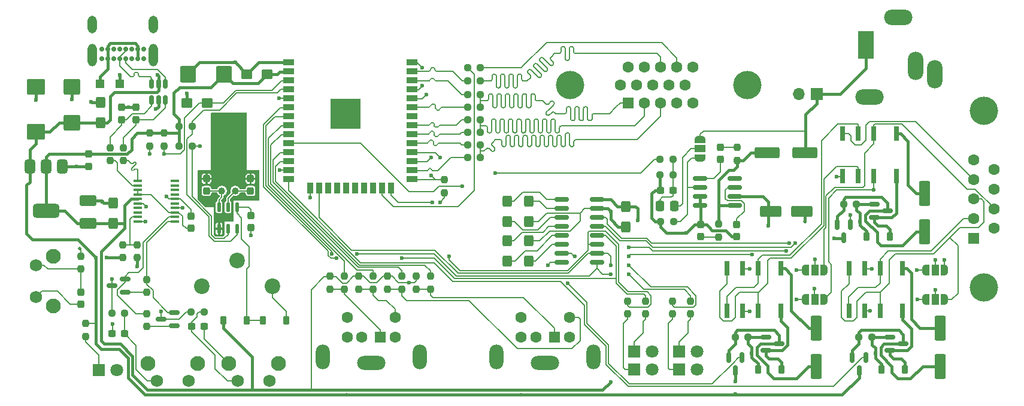
<source format=gtl>
G04 #@! TF.GenerationSoftware,KiCad,Pcbnew,9.0.2*
G04 #@! TF.CreationDate,2025-06-23T14:50:53+02:00*
G04 #@! TF.ProjectId,nTerm2-S FT231,6e546572-6d32-42d5-9320-46543233312e,0.10*
G04 #@! TF.SameCoordinates,Original*
G04 #@! TF.FileFunction,Copper,L1,Top*
G04 #@! TF.FilePolarity,Positive*
%FSLAX46Y46*%
G04 Gerber Fmt 4.6, Leading zero omitted, Abs format (unit mm)*
G04 Created by KiCad (PCBNEW 9.0.2) date 2025-06-23 14:50:53*
%MOMM*%
%LPD*%
G01*
G04 APERTURE LIST*
G04 Aperture macros list*
%AMRoundRect*
0 Rectangle with rounded corners*
0 $1 Rounding radius*
0 $2 $3 $4 $5 $6 $7 $8 $9 X,Y pos of 4 corners*
0 Add a 4 corners polygon primitive as box body*
4,1,4,$2,$3,$4,$5,$6,$7,$8,$9,$2,$3,0*
0 Add four circle primitives for the rounded corners*
1,1,$1+$1,$2,$3*
1,1,$1+$1,$4,$5*
1,1,$1+$1,$6,$7*
1,1,$1+$1,$8,$9*
0 Add four rect primitives between the rounded corners*
20,1,$1+$1,$2,$3,$4,$5,0*
20,1,$1+$1,$4,$5,$6,$7,0*
20,1,$1+$1,$6,$7,$8,$9,0*
20,1,$1+$1,$8,$9,$2,$3,0*%
%AMFreePoly0*
4,1,23,0.550000,-0.750000,0.000000,-0.750000,0.000000,-0.745722,-0.065263,-0.745722,-0.191342,-0.711940,-0.304381,-0.646677,-0.396677,-0.554381,-0.461940,-0.441342,-0.495722,-0.315263,-0.495722,-0.250000,-0.500000,-0.250000,-0.500000,0.250000,-0.495722,0.250000,-0.495722,0.315263,-0.461940,0.441342,-0.396677,0.554381,-0.304381,0.646677,-0.191342,0.711940,-0.065263,0.745722,0.000000,0.745722,
0.000000,0.750000,0.550000,0.750000,0.550000,-0.750000,0.550000,-0.750000,$1*%
%AMFreePoly1*
4,1,23,0.000000,0.745722,0.065263,0.745722,0.191342,0.711940,0.304381,0.646677,0.396677,0.554381,0.461940,0.441342,0.495722,0.315263,0.495722,0.250000,0.500000,0.250000,0.500000,-0.250000,0.495722,-0.250000,0.495722,-0.315263,0.461940,-0.441342,0.396677,-0.554381,0.304381,-0.646677,0.191342,-0.711940,0.065263,-0.745722,0.000000,-0.745722,0.000000,-0.750000,-0.550000,-0.750000,
-0.550000,0.750000,0.000000,0.750000,0.000000,0.745722,0.000000,0.745722,$1*%
G04 Aperture macros list end*
G04 #@! TA.AperFunction,Conductor*
%ADD10C,0.200000*%
G04 #@! TD*
G04 #@! TA.AperFunction,Conductor*
%ADD11C,0.400000*%
G04 #@! TD*
G04 #@! TA.AperFunction,SMDPad,CuDef*
%ADD12RoundRect,0.237500X-0.237500X0.250000X-0.237500X-0.250000X0.237500X-0.250000X0.237500X0.250000X0*%
G04 #@! TD*
G04 #@! TA.AperFunction,SMDPad,CuDef*
%ADD13RoundRect,0.237500X-0.250000X-0.237500X0.250000X-0.237500X0.250000X0.237500X-0.250000X0.237500X0*%
G04 #@! TD*
G04 #@! TA.AperFunction,SMDPad,CuDef*
%ADD14FreePoly0,90.000000*%
G04 #@! TD*
G04 #@! TA.AperFunction,SMDPad,CuDef*
%ADD15R,1.500000X1.000000*%
G04 #@! TD*
G04 #@! TA.AperFunction,SMDPad,CuDef*
%ADD16FreePoly1,90.000000*%
G04 #@! TD*
G04 #@! TA.AperFunction,SMDPad,CuDef*
%ADD17RoundRect,0.132500X0.132500X-0.532500X0.132500X0.532500X-0.132500X0.532500X-0.132500X-0.532500X0*%
G04 #@! TD*
G04 #@! TA.AperFunction,SMDPad,CuDef*
%ADD18RoundRect,0.225000X-0.225000X-0.375000X0.225000X-0.375000X0.225000X0.375000X-0.225000X0.375000X0*%
G04 #@! TD*
G04 #@! TA.AperFunction,SMDPad,CuDef*
%ADD19R,0.700000X2.000000*%
G04 #@! TD*
G04 #@! TA.AperFunction,ComponentPad*
%ADD20C,1.750000*%
G04 #@! TD*
G04 #@! TA.AperFunction,ComponentPad*
%ADD21C,2.100000*%
G04 #@! TD*
G04 #@! TA.AperFunction,ComponentPad*
%ADD22R,1.700000X1.700000*%
G04 #@! TD*
G04 #@! TA.AperFunction,ComponentPad*
%ADD23O,1.700000X1.700000*%
G04 #@! TD*
G04 #@! TA.AperFunction,SMDPad,CuDef*
%ADD24R,1.500000X0.900000*%
G04 #@! TD*
G04 #@! TA.AperFunction,SMDPad,CuDef*
%ADD25R,0.900000X1.500000*%
G04 #@! TD*
G04 #@! TA.AperFunction,SMDPad,CuDef*
%ADD26R,1.050000X1.050000*%
G04 #@! TD*
G04 #@! TA.AperFunction,HeatsinkPad*
%ADD27C,0.600000*%
G04 #@! TD*
G04 #@! TA.AperFunction,HeatsinkPad*
%ADD28R,4.200000X4.200000*%
G04 #@! TD*
G04 #@! TA.AperFunction,SMDPad,CuDef*
%ADD29RoundRect,0.237500X0.237500X-0.250000X0.237500X0.250000X-0.237500X0.250000X-0.237500X-0.250000X0*%
G04 #@! TD*
G04 #@! TA.AperFunction,SMDPad,CuDef*
%ADD30RoundRect,0.237500X-0.237500X0.300000X-0.237500X-0.300000X0.237500X-0.300000X0.237500X0.300000X0*%
G04 #@! TD*
G04 #@! TA.AperFunction,ComponentPad*
%ADD31R,1.600000X1.600000*%
G04 #@! TD*
G04 #@! TA.AperFunction,ComponentPad*
%ADD32C,1.600000*%
G04 #@! TD*
G04 #@! TA.AperFunction,ComponentPad*
%ADD33O,2.000000X3.500000*%
G04 #@! TD*
G04 #@! TA.AperFunction,ComponentPad*
%ADD34O,4.000000X2.000000*%
G04 #@! TD*
G04 #@! TA.AperFunction,SMDPad,CuDef*
%ADD35RoundRect,0.250000X0.550000X-1.500000X0.550000X1.500000X-0.550000X1.500000X-0.550000X-1.500000X0*%
G04 #@! TD*
G04 #@! TA.AperFunction,SMDPad,CuDef*
%ADD36RoundRect,0.237500X0.237500X-0.300000X0.237500X0.300000X-0.237500X0.300000X-0.237500X-0.300000X0*%
G04 #@! TD*
G04 #@! TA.AperFunction,ComponentPad*
%ADD37R,1.800000X1.800000*%
G04 #@! TD*
G04 #@! TA.AperFunction,ComponentPad*
%ADD38C,1.800000*%
G04 #@! TD*
G04 #@! TA.AperFunction,SMDPad,CuDef*
%ADD39RoundRect,0.150000X-0.825000X-0.150000X0.825000X-0.150000X0.825000X0.150000X-0.825000X0.150000X0*%
G04 #@! TD*
G04 #@! TA.AperFunction,SMDPad,CuDef*
%ADD40RoundRect,0.237500X0.250000X0.237500X-0.250000X0.237500X-0.250000X-0.237500X0.250000X-0.237500X0*%
G04 #@! TD*
G04 #@! TA.AperFunction,SMDPad,CuDef*
%ADD41RoundRect,0.250000X-0.425000X0.537500X-0.425000X-0.537500X0.425000X-0.537500X0.425000X0.537500X0*%
G04 #@! TD*
G04 #@! TA.AperFunction,SMDPad,CuDef*
%ADD42FreePoly0,0.000000*%
G04 #@! TD*
G04 #@! TA.AperFunction,SMDPad,CuDef*
%ADD43R,1.000000X1.500000*%
G04 #@! TD*
G04 #@! TA.AperFunction,SMDPad,CuDef*
%ADD44FreePoly1,0.000000*%
G04 #@! TD*
G04 #@! TA.AperFunction,SMDPad,CuDef*
%ADD45RoundRect,0.250000X0.425000X-0.537500X0.425000X0.537500X-0.425000X0.537500X-0.425000X-0.537500X0*%
G04 #@! TD*
G04 #@! TA.AperFunction,SMDPad,CuDef*
%ADD46RoundRect,0.237500X0.300000X0.237500X-0.300000X0.237500X-0.300000X-0.237500X0.300000X-0.237500X0*%
G04 #@! TD*
G04 #@! TA.AperFunction,SMDPad,CuDef*
%ADD47RoundRect,0.225000X0.225000X0.375000X-0.225000X0.375000X-0.225000X-0.375000X0.225000X-0.375000X0*%
G04 #@! TD*
G04 #@! TA.AperFunction,SMDPad,CuDef*
%ADD48RoundRect,0.375000X-0.375000X0.625000X-0.375000X-0.625000X0.375000X-0.625000X0.375000X0.625000X0*%
G04 #@! TD*
G04 #@! TA.AperFunction,SMDPad,CuDef*
%ADD49RoundRect,0.500000X-1.400000X0.500000X-1.400000X-0.500000X1.400000X-0.500000X1.400000X0.500000X0*%
G04 #@! TD*
G04 #@! TA.AperFunction,SMDPad,CuDef*
%ADD50RoundRect,0.250000X0.875000X0.925000X-0.875000X0.925000X-0.875000X-0.925000X0.875000X-0.925000X0*%
G04 #@! TD*
G04 #@! TA.AperFunction,SMDPad,CuDef*
%ADD51RoundRect,0.250000X1.025000X-0.875000X1.025000X0.875000X-1.025000X0.875000X-1.025000X-0.875000X0*%
G04 #@! TD*
G04 #@! TA.AperFunction,SMDPad,CuDef*
%ADD52RoundRect,0.150000X-0.587500X-0.150000X0.587500X-0.150000X0.587500X0.150000X-0.587500X0.150000X0*%
G04 #@! TD*
G04 #@! TA.AperFunction,SMDPad,CuDef*
%ADD53RoundRect,0.237500X-0.300000X-0.237500X0.300000X-0.237500X0.300000X0.237500X-0.300000X0.237500X0*%
G04 #@! TD*
G04 #@! TA.AperFunction,SMDPad,CuDef*
%ADD54RoundRect,0.150000X-0.150000X0.587500X-0.150000X-0.587500X0.150000X-0.587500X0.150000X0.587500X0*%
G04 #@! TD*
G04 #@! TA.AperFunction,SMDPad,CuDef*
%ADD55RoundRect,0.150000X0.587500X0.150000X-0.587500X0.150000X-0.587500X-0.150000X0.587500X-0.150000X0*%
G04 #@! TD*
G04 #@! TA.AperFunction,ComponentPad*
%ADD56C,0.700000*%
G04 #@! TD*
G04 #@! TA.AperFunction,ComponentPad*
%ADD57O,1.300000X3.200000*%
G04 #@! TD*
G04 #@! TA.AperFunction,ComponentPad*
%ADD58O,1.300000X2.500000*%
G04 #@! TD*
G04 #@! TA.AperFunction,SMDPad,CuDef*
%ADD59RoundRect,0.250001X0.924999X-0.499999X0.924999X0.499999X-0.924999X0.499999X-0.924999X-0.499999X0*%
G04 #@! TD*
G04 #@! TA.AperFunction,ComponentPad*
%ADD60C,2.200000*%
G04 #@! TD*
G04 #@! TA.AperFunction,SMDPad,CuDef*
%ADD61RoundRect,0.150000X0.150000X-0.512500X0.150000X0.512500X-0.150000X0.512500X-0.150000X-0.512500X0*%
G04 #@! TD*
G04 #@! TA.AperFunction,ComponentPad*
%ADD62C,4.000000*%
G04 #@! TD*
G04 #@! TA.AperFunction,SMDPad,CuDef*
%ADD63RoundRect,0.250000X-1.250000X-0.550000X1.250000X-0.550000X1.250000X0.550000X-1.250000X0.550000X0*%
G04 #@! TD*
G04 #@! TA.AperFunction,SMDPad,CuDef*
%ADD64RoundRect,0.250000X-1.500000X-0.550000X1.500000X-0.550000X1.500000X0.550000X-1.500000X0.550000X0*%
G04 #@! TD*
G04 #@! TA.AperFunction,SMDPad,CuDef*
%ADD65RoundRect,0.250000X-0.337500X-0.475000X0.337500X-0.475000X0.337500X0.475000X-0.337500X0.475000X0*%
G04 #@! TD*
G04 #@! TA.AperFunction,SMDPad,CuDef*
%ADD66RoundRect,0.250000X0.537500X0.425000X-0.537500X0.425000X-0.537500X-0.425000X0.537500X-0.425000X0*%
G04 #@! TD*
G04 #@! TA.AperFunction,ComponentPad*
%ADD67O,2.200000X4.000000*%
G04 #@! TD*
G04 #@! TA.AperFunction,ComponentPad*
%ADD68O,4.000000X2.200000*%
G04 #@! TD*
G04 #@! TA.AperFunction,ComponentPad*
%ADD69R,2.200000X4.000000*%
G04 #@! TD*
G04 #@! TA.AperFunction,ComponentPad*
%ADD70C,1.000000*%
G04 #@! TD*
G04 #@! TA.AperFunction,SMDPad,CuDef*
%ADD71RoundRect,0.250000X0.925000X-0.875000X0.925000X0.875000X-0.925000X0.875000X-0.925000X-0.875000X0*%
G04 #@! TD*
G04 #@! TA.AperFunction,SMDPad,CuDef*
%ADD72R,1.200000X0.400000*%
G04 #@! TD*
G04 #@! TA.AperFunction,SMDPad,CuDef*
%ADD73R,1.200000X1.200000*%
G04 #@! TD*
G04 #@! TA.AperFunction,ViaPad*
%ADD74C,0.600000*%
G04 #@! TD*
G04 #@! TA.AperFunction,ViaPad*
%ADD75C,0.500000*%
G04 #@! TD*
G04 APERTURE END LIST*
D10*
X88646000Y-110744000D02*
X88646000Y-111760000D01*
X90170000Y-105918000D02*
X92202000Y-105918000D01*
X91186000Y-104394000D02*
X91186000Y-105918000D01*
D11*
X87884000Y-107696000D02*
X90170000Y-107696000D01*
D12*
X84266000Y-107528500D03*
X84266000Y-109353500D03*
D13*
X138956000Y-84668500D03*
X140781000Y-84668500D03*
D12*
X96012000Y-90123000D03*
X96012000Y-91948000D03*
D13*
X176792500Y-118999000D03*
X178617500Y-118999000D03*
D12*
X88392000Y-92202000D03*
X88392000Y-94027000D03*
D14*
X171856400Y-93644100D03*
D15*
X171856400Y-92344100D03*
D16*
X171856400Y-91044100D03*
D17*
X103820000Y-103632000D03*
X105090000Y-103632000D03*
X106360000Y-103632000D03*
X106360000Y-100582000D03*
X105090000Y-100582000D03*
X103820000Y-100582000D03*
D12*
X177088800Y-92140900D03*
X177088800Y-93965900D03*
D18*
X179992000Y-123571000D03*
X183292000Y-123571000D03*
D19*
X200471000Y-109268500D03*
X197271000Y-109268500D03*
X195071000Y-109268500D03*
X192871000Y-109268500D03*
X192871000Y-115268500D03*
X195071000Y-115268500D03*
X197271000Y-115268500D03*
X200471000Y-115268500D03*
D20*
X99506000Y-125172000D03*
X95006000Y-125172000D03*
D21*
X100756000Y-122682000D03*
X93746000Y-122682000D03*
D22*
X188295200Y-84582000D03*
D23*
X185755200Y-84582000D03*
D12*
X174436000Y-102997000D03*
X174436000Y-104822000D03*
D24*
X113616000Y-80096500D03*
X113616000Y-81366500D03*
X113616000Y-82636500D03*
X113616000Y-83906500D03*
X113616000Y-85176500D03*
X113616000Y-86446500D03*
X113616000Y-87716500D03*
X113616000Y-88986500D03*
X113616000Y-90256500D03*
X113616000Y-91526500D03*
X113616000Y-92796500D03*
X113616000Y-94066500D03*
X113616000Y-95336500D03*
X113616000Y-96606500D03*
D25*
X116656000Y-97856500D03*
X117926000Y-97856500D03*
X119196000Y-97856500D03*
X120466000Y-97856500D03*
X121736000Y-97856500D03*
X123006000Y-97856500D03*
X124276000Y-97856500D03*
X125546000Y-97856500D03*
X126816000Y-97856500D03*
X128086000Y-97856500D03*
D24*
X131116000Y-96606500D03*
X131116000Y-95336500D03*
X131116000Y-94066500D03*
X131116000Y-92796500D03*
X131116000Y-91526500D03*
X131116000Y-90256500D03*
X131116000Y-88986500D03*
X131116000Y-87716500D03*
X131116000Y-86446500D03*
X131116000Y-85176500D03*
X131116000Y-83906500D03*
X131116000Y-82636500D03*
X131116000Y-81366500D03*
X131116000Y-80096500D03*
D26*
X120161000Y-85911500D03*
D27*
X120161000Y-86674000D03*
D26*
X120161000Y-87436500D03*
D27*
X120161000Y-88199000D03*
D26*
X120161000Y-88961500D03*
D27*
X120923500Y-85911500D03*
X120923500Y-87436500D03*
X120923500Y-88961500D03*
D26*
X121686000Y-85911500D03*
D27*
X121686000Y-86674000D03*
D26*
X121686000Y-87436500D03*
D28*
X121686000Y-87436500D03*
D27*
X121686000Y-88199000D03*
D26*
X121686000Y-88961500D03*
D27*
X122448500Y-85911500D03*
X122448500Y-87436500D03*
X122448500Y-88961500D03*
D26*
X123211000Y-85911500D03*
D27*
X123211000Y-86674000D03*
D26*
X123211000Y-87436500D03*
D27*
X123211000Y-88199000D03*
D26*
X123211000Y-88961500D03*
D29*
X127635000Y-112188000D03*
X127635000Y-110363000D03*
D20*
X110936000Y-125172000D03*
X106436000Y-125172000D03*
D21*
X112186000Y-122682000D03*
X105176000Y-122682000D03*
D13*
X192128500Y-100203000D03*
X193953500Y-100203000D03*
D30*
X176976000Y-103047000D03*
X176976000Y-104772000D03*
D31*
X126616000Y-118958500D03*
D32*
X124016000Y-118958500D03*
X128716000Y-118958500D03*
X121916000Y-118958500D03*
X128716000Y-116158500D03*
X121916000Y-116158500D03*
D33*
X118466000Y-121808500D03*
D34*
X125316000Y-122608500D03*
D33*
X132166000Y-121808500D03*
D35*
X205740000Y-123096000D03*
X205740000Y-117696000D03*
D13*
X138956000Y-88224500D03*
X140781000Y-88224500D03*
D36*
X90043000Y-88212000D03*
X90043000Y-86487000D03*
D13*
X194287500Y-118999000D03*
X196112500Y-118999000D03*
D36*
X92075000Y-88212000D03*
X92075000Y-86487000D03*
D35*
X188279000Y-123096000D03*
X188279000Y-117696000D03*
D37*
X162498000Y-120988500D03*
D38*
X165038000Y-120988500D03*
D37*
X162498000Y-123528500D03*
D38*
X165038000Y-123528500D03*
D12*
X170499000Y-113878500D03*
X170499000Y-115703500D03*
D39*
X171778499Y-96520000D03*
X171778499Y-97790000D03*
X171778499Y-99060000D03*
X171778499Y-100330000D03*
X176728499Y-100330000D03*
X176728499Y-99060000D03*
X176728499Y-97790000D03*
X176728499Y-96520000D03*
D40*
X140781000Y-80858500D03*
X138956000Y-80858500D03*
D30*
X85344000Y-93093200D03*
X85344000Y-94818200D03*
D29*
X121539000Y-112188000D03*
X121539000Y-110363000D03*
D41*
X147574000Y-105369500D03*
X147574000Y-108244500D03*
D42*
X203775000Y-113665000D03*
D43*
X205075000Y-113665000D03*
D44*
X206375000Y-113665000D03*
D29*
X92202000Y-107743000D03*
X92202000Y-105918000D03*
D45*
X87045800Y-88671400D03*
X87045800Y-85796400D03*
D37*
X168848000Y-120988500D03*
D38*
X171388000Y-120988500D03*
D37*
X168848000Y-123528500D03*
D38*
X171388000Y-123528500D03*
D12*
X94003500Y-90123000D03*
X94003500Y-91948000D03*
D42*
X203775000Y-109474000D03*
D43*
X205075000Y-109474000D03*
D44*
X206375000Y-109474000D03*
D31*
X151217000Y-118958500D03*
D32*
X148617000Y-118958500D03*
X153317000Y-118958500D03*
X146517000Y-118958500D03*
X153317000Y-116158500D03*
X146517000Y-116158500D03*
D33*
X143067000Y-121808500D03*
D34*
X149917000Y-122608500D03*
D33*
X156767000Y-121808500D03*
D46*
X90424000Y-118491000D03*
X88699000Y-118491000D03*
D47*
X107694000Y-116586000D03*
X104394000Y-116586000D03*
D48*
X81637500Y-94817800D03*
X79337500Y-94817800D03*
D49*
X79337500Y-101117800D03*
D48*
X77037500Y-94817800D03*
D50*
X104498050Y-81788000D03*
X99398050Y-81788000D03*
D13*
X88646000Y-115570000D03*
X90471000Y-115570000D03*
D36*
X108265000Y-98298000D03*
X108265000Y-96573000D03*
D13*
X166143000Y-96052500D03*
X167968000Y-96052500D03*
D39*
X152276000Y-99527500D03*
X152276000Y-100797500D03*
X152276000Y-102067500D03*
X152276000Y-103337500D03*
X152276000Y-104607500D03*
X152276000Y-105877500D03*
X152276000Y-107147500D03*
X152276000Y-108417500D03*
X157226000Y-108417500D03*
X157226000Y-107147500D03*
X157226000Y-105877500D03*
X157226000Y-104607500D03*
X157226000Y-103337500D03*
X157226000Y-102067500D03*
X157226000Y-100797500D03*
X157226000Y-99527500D03*
D12*
X90297000Y-92202000D03*
X90297000Y-94027000D03*
D42*
X186757000Y-113665000D03*
D43*
X188057000Y-113665000D03*
D44*
X189357000Y-113665000D03*
D51*
X77901800Y-89966800D03*
X77901800Y-83566800D03*
D41*
X144526000Y-105369500D03*
X144526000Y-108244500D03*
D52*
X196438000Y-100183000D03*
X196438000Y-102083000D03*
X198313000Y-101133000D03*
D53*
X99949000Y-117475000D03*
X101674000Y-117475000D03*
D19*
X183250500Y-109268500D03*
X180050500Y-109268500D03*
X177850500Y-109268500D03*
X175650500Y-109268500D03*
X175650500Y-115268500D03*
X177850500Y-115268500D03*
X180050500Y-115268500D03*
X183250500Y-115268500D03*
D45*
X88823800Y-102874800D03*
X88823800Y-99999800D03*
D54*
X195261000Y-121871500D03*
X193361000Y-121871500D03*
X194311000Y-123746500D03*
D55*
X97506000Y-117409000D03*
X97506000Y-115509000D03*
X95631000Y-116459000D03*
D56*
X93176000Y-79588500D03*
X92326000Y-79588500D03*
X91476000Y-79588500D03*
X90626000Y-79588500D03*
X89776000Y-79588500D03*
X88926000Y-79588500D03*
X88076000Y-79588500D03*
X87226000Y-79588500D03*
X87226000Y-78238500D03*
X88076000Y-78238500D03*
X88926000Y-78238500D03*
X89776000Y-78238500D03*
X90626000Y-78238500D03*
X91476000Y-78238500D03*
X92326000Y-78238500D03*
X93176000Y-78238500D03*
D57*
X94521000Y-79088500D03*
D58*
X94516000Y-74783500D03*
D57*
X85881000Y-79088500D03*
D58*
X85881000Y-74788500D03*
D13*
X98171000Y-91948000D03*
X99996000Y-91948000D03*
D54*
X177766000Y-121871500D03*
X175866000Y-121871500D03*
X176816000Y-123746500D03*
D41*
X161355000Y-100503000D03*
X161355000Y-103378000D03*
D30*
X108331000Y-101780000D03*
X108331000Y-103505000D03*
D42*
X186757000Y-109474000D03*
D43*
X188057000Y-109474000D03*
D44*
X189357000Y-109474000D03*
D59*
X85293200Y-102919600D03*
X85293200Y-99669600D03*
D20*
X77916000Y-113298500D03*
X77916000Y-108798500D03*
D21*
X80406000Y-114548500D03*
X80406000Y-107538500D03*
D12*
X90170000Y-105918000D03*
X90170000Y-107743000D03*
D36*
X174675800Y-93865900D03*
X174675800Y-92140900D03*
D13*
X138956000Y-93558500D03*
X140781000Y-93558500D03*
D60*
X111379000Y-111760000D03*
X106379000Y-108160000D03*
X101379000Y-111760000D03*
D37*
X86824750Y-123598500D03*
D38*
X89364750Y-123598500D03*
D61*
X94300000Y-85460000D03*
X95250000Y-85460000D03*
X96200000Y-85460000D03*
X96200000Y-83185000D03*
X95250000Y-83185000D03*
X94300000Y-83185000D03*
D62*
X211940000Y-111948500D03*
X211940000Y-86948500D03*
D31*
X210520000Y-104988500D03*
D32*
X210520000Y-102218500D03*
X210520000Y-99448500D03*
X210520000Y-96678500D03*
X210520000Y-93908500D03*
X213360000Y-103603500D03*
X213360000Y-100833500D03*
X213360000Y-98063500D03*
X213360000Y-95293500D03*
D63*
X181767499Y-101178500D03*
X186167499Y-101178500D03*
D13*
X138956000Y-90002500D03*
X140781000Y-90002500D03*
D64*
X181267499Y-92923500D03*
X186667499Y-92923500D03*
D41*
X144526000Y-99781500D03*
X144526000Y-102656500D03*
D62*
X178478000Y-83312000D03*
X153478000Y-83312000D03*
D31*
X161663000Y-85852000D03*
D32*
X163953000Y-85852000D03*
X166243000Y-85852000D03*
X168533000Y-85852000D03*
X170823000Y-85852000D03*
X160518000Y-83312000D03*
X162808000Y-83312000D03*
X165098000Y-83312000D03*
X167388000Y-83312000D03*
X169678000Y-83312000D03*
X161663000Y-80772000D03*
X163953000Y-80772000D03*
X166243000Y-80772000D03*
X168533000Y-80772000D03*
X170823000Y-80772000D03*
D40*
X167977500Y-93857185D03*
X166152500Y-93857185D03*
D12*
X167959000Y-113878500D03*
X167959000Y-115703500D03*
X164149000Y-113878500D03*
X164149000Y-115703500D03*
D29*
X93599000Y-112649000D03*
X93599000Y-110824000D03*
D35*
X203581000Y-104046000D03*
X203581000Y-98646000D03*
D29*
X129667000Y-112188000D03*
X129667000Y-110363000D03*
D53*
X166243000Y-98211500D03*
X167968000Y-98211500D03*
D29*
X119507000Y-112188000D03*
X119507000Y-110363000D03*
D19*
X199604750Y-90225500D03*
X196404750Y-90225500D03*
X194204750Y-90225500D03*
X192004750Y-90225500D03*
X192004750Y-96225500D03*
X194204750Y-96225500D03*
X196404750Y-96225500D03*
X199604750Y-96225500D03*
D36*
X99822000Y-103579000D03*
X99822000Y-101854000D03*
D41*
X147574000Y-99781500D03*
X147574000Y-102656500D03*
D18*
X197487000Y-123571000D03*
X200787000Y-123571000D03*
D65*
X166116000Y-100457000D03*
X168191000Y-100457000D03*
D29*
X131699000Y-112188000D03*
X131699000Y-110363000D03*
D66*
X110617000Y-81788000D03*
X107742000Y-81788000D03*
D67*
X205036000Y-81793000D03*
X202336000Y-80593000D03*
D68*
X199836000Y-73793000D03*
D69*
X195236000Y-77693000D03*
D68*
X195736000Y-84993000D03*
D55*
X90521000Y-112649000D03*
X90521000Y-110749000D03*
X88646000Y-111699000D03*
D36*
X171896000Y-104772000D03*
X171896000Y-103047000D03*
D70*
X106106000Y-98298000D03*
X104206000Y-98298000D03*
D71*
X82996000Y-88656000D03*
X82996000Y-83556000D03*
D72*
X97536000Y-102616000D03*
X97536000Y-101981000D03*
X97536000Y-101346000D03*
X97536000Y-100711000D03*
X97536000Y-100076000D03*
X97536000Y-99441000D03*
X97536000Y-98806000D03*
X97536000Y-98171000D03*
X97536000Y-97536000D03*
X97536000Y-96901000D03*
X92336000Y-96901000D03*
X92336000Y-97536000D03*
X92336000Y-98171000D03*
X92336000Y-98806000D03*
X92336000Y-99441000D03*
X92336000Y-100076000D03*
X92336000Y-100711000D03*
X92336000Y-101346000D03*
X92336000Y-101981000D03*
X92336000Y-102616000D03*
D30*
X84266000Y-112608500D03*
X84266000Y-114333500D03*
D52*
X198645500Y-118983500D03*
X198645500Y-120883500D03*
X200520500Y-119933500D03*
D29*
X93599000Y-117475000D03*
X93599000Y-115650000D03*
D13*
X138956000Y-91780500D03*
X140781000Y-91780500D03*
X98171000Y-89154000D03*
X99996000Y-89154000D03*
D29*
X135701000Y-98558500D03*
X135701000Y-96733500D03*
D12*
X161609000Y-113878500D03*
X161609000Y-115703500D03*
D29*
X133731000Y-112188000D03*
X133731000Y-110363000D03*
X123571000Y-112188000D03*
X123571000Y-110363000D03*
D40*
X140781000Y-82763500D03*
X138956000Y-82763500D03*
D73*
X89795000Y-83185000D03*
X86995000Y-83185000D03*
D13*
X138956000Y-86446500D03*
X140781000Y-86446500D03*
D12*
X84963000Y-117047000D03*
X84963000Y-118872000D03*
D13*
X166243000Y-102616000D03*
X168068000Y-102616000D03*
D66*
X102108000Y-85852000D03*
X99233000Y-85852000D03*
D36*
X102042000Y-98298000D03*
X102042000Y-96573000D03*
D54*
X193102000Y-103075500D03*
X191202000Y-103075500D03*
X192152000Y-104950500D03*
D13*
X99849000Y-115443000D03*
X101674000Y-115443000D03*
D18*
X195328000Y-104775000D03*
X198628000Y-104775000D03*
D29*
X125603000Y-112188000D03*
X125603000Y-110363000D03*
D18*
X109984000Y-116586000D03*
X113284000Y-116586000D03*
D52*
X181102000Y-118958500D03*
X181102000Y-120858500D03*
X182977000Y-119908500D03*
D74*
X176814157Y-127048500D03*
D75*
X146496000Y-127098500D03*
X121889167Y-127098500D03*
D74*
X176816000Y-125222000D03*
X95123000Y-81915000D03*
X190820000Y-105029000D03*
X87884000Y-107696000D03*
X89789000Y-81915000D03*
X181432200Y-103225600D03*
X86360000Y-107696000D03*
X92202000Y-108966000D03*
X77916000Y-85445600D03*
X196597000Y-121285000D03*
X159196000Y-101178500D03*
X194438000Y-102616000D03*
X82996000Y-85394800D03*
X88773000Y-117094000D03*
X94869000Y-86741000D03*
X179102000Y-121285000D03*
D75*
X186667499Y-102616000D03*
D74*
X106091000Y-80137000D03*
X108331000Y-104574000D03*
X91059000Y-86487000D03*
X85725000Y-85725000D03*
X96361900Y-99047300D03*
X169862500Y-104244000D03*
X87350600Y-99822000D03*
X103820000Y-102108000D03*
X132526000Y-80839500D03*
X99233000Y-84501000D03*
X116656000Y-99268500D03*
X83693000Y-94818200D03*
X93504400Y-100482400D03*
X163006000Y-102448500D03*
X135066000Y-99908500D03*
X130683000Y-111252000D03*
X159196000Y-125308500D03*
X96012000Y-93044000D03*
X88646000Y-110744000D03*
X133796000Y-93558500D03*
X193102000Y-101723000D03*
X153111200Y-111338500D03*
X135066000Y-93558500D03*
X191135000Y-96266000D03*
X206375000Y-108077000D03*
X196402137Y-98171000D03*
X205105000Y-112268000D03*
X184404000Y-105664000D03*
X205105000Y-108096000D03*
X185293000Y-105664000D03*
X179197000Y-107334000D03*
X187960000Y-112141000D03*
X150306000Y-108798500D03*
X161736000Y-107528500D03*
X188087000Y-107950000D03*
X161736000Y-106258500D03*
X154116000Y-107528500D03*
X184023000Y-106826000D03*
X133796000Y-96098500D03*
X95631000Y-115316000D03*
X138176000Y-97663000D03*
X142875000Y-95758000D03*
X133985000Y-99949000D03*
X136336000Y-107528500D03*
X129667000Y-107823000D03*
X120396000Y-107823000D03*
X93453600Y-102616000D03*
X133096000Y-84668500D03*
X112268000Y-85217000D03*
X93980000Y-93044000D03*
D75*
X84074000Y-106426000D03*
D74*
X112352000Y-95377000D03*
X101092000Y-91948000D03*
X161736000Y-108796210D03*
X159196000Y-108796210D03*
X159196000Y-110049500D03*
X161736000Y-110068500D03*
X119761000Y-107188000D03*
X123317000Y-107207000D03*
X132526000Y-83398500D03*
X98686000Y-100711000D03*
X196088000Y-109347000D03*
X202438000Y-109474000D03*
X195892000Y-115268500D03*
X202565000Y-113665000D03*
X178816000Y-109347000D03*
X185420000Y-109474000D03*
X178816000Y-115316000D03*
X185420000Y-113665000D03*
D11*
X175844200Y-95392100D02*
X176555400Y-95392100D01*
X176728499Y-100330000D02*
X174436000Y-100330000D01*
X174436000Y-102997000D02*
X174436000Y-100330000D01*
X174436000Y-100330000D02*
X174436000Y-96800300D01*
X177941100Y-93965900D02*
X177088800Y-93965900D01*
X174436000Y-96800300D02*
X175844200Y-95392100D01*
X176555400Y-95392100D02*
X177088800Y-94858700D01*
X181267499Y-92923500D02*
X178983500Y-92923500D01*
X177088800Y-94858700D02*
X177088800Y-93965900D01*
X178983500Y-92923500D02*
X177941100Y-93965900D01*
X86360000Y-119888000D02*
X87122000Y-120650000D01*
X89027000Y-84328000D02*
X94996000Y-84328000D01*
X89662000Y-120650000D02*
X90932000Y-121920000D01*
X90932000Y-121920000D02*
X90932000Y-124735500D01*
D10*
X84963000Y-117047000D02*
X86313000Y-117047000D01*
D11*
X181427499Y-102595301D02*
X181427499Y-99822000D01*
X77037500Y-97079500D02*
X77037500Y-94817800D01*
X77901800Y-91617800D02*
X77901800Y-89966800D01*
X81219200Y-88656000D02*
X88001000Y-88656000D01*
X86360000Y-117094000D02*
X86360000Y-107696000D01*
X191877000Y-127147000D02*
X194311000Y-124713000D01*
X95250000Y-82042000D02*
X95123000Y-81915000D01*
X176816000Y-125222000D02*
X176816000Y-123746500D01*
X181432200Y-103225600D02*
X181432200Y-102600002D01*
D10*
X86313000Y-117047000D02*
X86360000Y-117094000D01*
D11*
X190820000Y-105029000D02*
X192073500Y-105029000D01*
X95250000Y-84074000D02*
X95250000Y-83185000D01*
X194311000Y-124713000D02*
X194311000Y-123746500D01*
X181427499Y-99822000D02*
X180665499Y-99060000D01*
X93323500Y-127127000D02*
X93592795Y-127127000D01*
X88392000Y-88265000D02*
X88392000Y-84963000D01*
X79908400Y-89966800D02*
X81219200Y-88656000D01*
X95250000Y-83185000D02*
X95250000Y-82042000D01*
X88001000Y-88656000D02*
X88392000Y-88265000D01*
X179903499Y-99060000D02*
X176728499Y-99060000D01*
X83845400Y-105181400D02*
X77444600Y-105181400D01*
X77037500Y-94817800D02*
X77037500Y-92482100D01*
X89789000Y-83179000D02*
X89795000Y-83185000D01*
X93592795Y-127127000D02*
X93612796Y-127147000D01*
X90932000Y-124735500D02*
X93323500Y-127127000D01*
X180665499Y-99060000D02*
X179903499Y-99060000D01*
X192073500Y-105029000D02*
X192152000Y-104950500D01*
X88392000Y-84963000D02*
X89027000Y-84328000D01*
X77901800Y-89966800D02*
X79908400Y-89966800D01*
X76606400Y-104343200D02*
X76606400Y-97510600D01*
X89789000Y-81915000D02*
X89789000Y-83179000D01*
X87122000Y-120650000D02*
X89662000Y-120650000D01*
X86360000Y-117094000D02*
X86360000Y-119888000D01*
X181432200Y-102600002D02*
X181427499Y-102595301D01*
X93612796Y-127147000D02*
X191877000Y-127147000D01*
X86360000Y-107696000D02*
X83845400Y-105181400D01*
X76606400Y-97510600D02*
X77037500Y-97079500D01*
X77037500Y-92482100D02*
X77901800Y-91617800D01*
X77444600Y-105181400D02*
X76606400Y-104343200D01*
X94996000Y-84328000D02*
X95250000Y-84074000D01*
X83692600Y-94817800D02*
X81637500Y-94817800D01*
X158815000Y-100797500D02*
X157226000Y-100797500D01*
X171896000Y-103047000D02*
X171896000Y-100447501D01*
D10*
X148955000Y-102656500D02*
X147574000Y-102656500D01*
D11*
X164973000Y-98679000D02*
X165440500Y-98211500D01*
X173166000Y-103505000D02*
X172708000Y-103047000D01*
X159196000Y-101178500D02*
X158815000Y-100797500D01*
D10*
X108331000Y-103505000D02*
X108331000Y-104574000D01*
D11*
X172708000Y-103047000D02*
X171896000Y-103047000D01*
X186667499Y-102616000D02*
X186667499Y-101178500D01*
D10*
X154878000Y-102575500D02*
X154878000Y-101432500D01*
X153481000Y-103972500D02*
X154878000Y-102575500D01*
D11*
X194438000Y-103124000D02*
X195328000Y-104014000D01*
X113616000Y-80096500D02*
X109433500Y-80096500D01*
X90043000Y-86487000D02*
X91059000Y-86487000D01*
X194438000Y-101473000D02*
X193953500Y-100988500D01*
X164973000Y-102108000D02*
X164973000Y-98679000D01*
D10*
X101674000Y-117475000D02*
X101674000Y-119200000D01*
D11*
X95250000Y-85460000D02*
X95250000Y-86360000D01*
X99233000Y-85852000D02*
X99233000Y-84501000D01*
X166143000Y-98111500D02*
X166243000Y-98211500D01*
X197487000Y-122810000D02*
X197487000Y-123571000D01*
X99187000Y-84455000D02*
X99233000Y-84501000D01*
X179102000Y-120396000D02*
X178594000Y-119888000D01*
D10*
X131870000Y-80183500D02*
X131116000Y-80183500D01*
D11*
X165440500Y-98211500D02*
X166243000Y-98211500D01*
D10*
X105156000Y-122682000D02*
X105176000Y-122682000D01*
X132526000Y-80839500D02*
X131870000Y-80183500D01*
D11*
X77916000Y-83556000D02*
X77916000Y-85445600D01*
D10*
X96755600Y-99441000D02*
X97536000Y-99441000D01*
D11*
X193953500Y-100988500D02*
X193953500Y-100203000D01*
D10*
X101674000Y-119200000D02*
X105156000Y-122682000D01*
D11*
X195328000Y-104014000D02*
X195328000Y-104775000D01*
X87198200Y-99669600D02*
X85293200Y-99669600D01*
X166143000Y-96052500D02*
X166143000Y-98111500D01*
D10*
X93098000Y-100076000D02*
X93504400Y-100482400D01*
D11*
X169862500Y-104244000D02*
X167109000Y-104244000D01*
X178594000Y-119888000D02*
X178617500Y-119864500D01*
X198630000Y-118999000D02*
X198645500Y-118983500D01*
X87528400Y-99999800D02*
X88823800Y-99999800D01*
X92202000Y-107743000D02*
X92202000Y-108966000D01*
X176338000Y-104772000D02*
X175452000Y-103886000D01*
X194438000Y-102616000D02*
X194438000Y-101473000D01*
X179102000Y-121285000D02*
X179102000Y-120396000D01*
X176976000Y-104772000D02*
X176338000Y-104772000D01*
D10*
X80934700Y-112481500D02*
X82786700Y-114333500D01*
X150560000Y-103972500D02*
X153481000Y-103972500D01*
X77916000Y-113298500D02*
X78733000Y-112481500D01*
D11*
X165481000Y-102616000D02*
X164973000Y-102108000D01*
X171778499Y-99060000D02*
X171778499Y-100330000D01*
D10*
X149163000Y-105369500D02*
X150560000Y-103972500D01*
D11*
X178617500Y-119864500D02*
X178617500Y-118999000D01*
X161355000Y-103378000D02*
X160252500Y-103378000D01*
D10*
X99822000Y-100965000D02*
X99822000Y-101854000D01*
X116651000Y-99273500D02*
X116656000Y-99268500D01*
D11*
X196597000Y-120523000D02*
X196112500Y-120038500D01*
D10*
X154878000Y-101432500D02*
X155513000Y-100797500D01*
D11*
X179992000Y-122746500D02*
X179992000Y-123571000D01*
X166243000Y-102616000D02*
X165481000Y-102616000D01*
X178658000Y-118958500D02*
X178617500Y-118999000D01*
X101049050Y-80137000D02*
X99398050Y-81788000D01*
X87350600Y-99822000D02*
X87528400Y-99999800D01*
X197486000Y-118999000D02*
X198630000Y-118999000D01*
X169862500Y-104244000D02*
X169849800Y-104256700D01*
X83693000Y-94818200D02*
X85344000Y-94818200D01*
D10*
X155513000Y-100797500D02*
X157226000Y-100797500D01*
D11*
X175452000Y-103886000D02*
X173547000Y-103886000D01*
X196438000Y-100183000D02*
X193973500Y-100183000D01*
X91059000Y-86487000D02*
X92075000Y-86487000D01*
X171896000Y-100447501D02*
X171778499Y-100330000D01*
D10*
X78733000Y-112481500D02*
X80934700Y-112481500D01*
D11*
X159196000Y-102321500D02*
X159196000Y-101178500D01*
X109433500Y-80096500D02*
X107742000Y-81788000D01*
D10*
X147574000Y-105369500D02*
X149163000Y-105369500D01*
X88773000Y-117094000D02*
X88773000Y-118417000D01*
D11*
X166243000Y-103378000D02*
X166243000Y-102616000D01*
D10*
X96361900Y-99047300D02*
X96755600Y-99441000D01*
X98298000Y-99441000D02*
X99822000Y-100965000D01*
D11*
X95250000Y-86360000D02*
X94869000Y-86741000D01*
X196597000Y-121920000D02*
X197487000Y-122810000D01*
X87350600Y-99822000D02*
X87198200Y-99669600D01*
X83693000Y-94818200D02*
X83692600Y-94817800D01*
X167109000Y-104244000D02*
X166243000Y-103378000D01*
D10*
X193807000Y-100183000D02*
X193741000Y-100117000D01*
D11*
X196597000Y-121285000D02*
X196597000Y-121920000D01*
X181102000Y-118958500D02*
X178658000Y-118958500D01*
X171059500Y-103047000D02*
X171896000Y-103047000D01*
X179102000Y-121856500D02*
X179992000Y-122746500D01*
X160252500Y-103378000D02*
X159196000Y-102321500D01*
X85796400Y-85796400D02*
X87045800Y-85796400D01*
D10*
X82786700Y-114333500D02*
X84266000Y-114333500D01*
D11*
X85725000Y-85725000D02*
X85796400Y-85796400D01*
X196112500Y-120038500D02*
X196112500Y-118999000D01*
X196597000Y-121285000D02*
X196597000Y-120523000D01*
D10*
X97536000Y-99441000D02*
X98298000Y-99441000D01*
X88773000Y-118417000D02*
X88699000Y-118491000D01*
X150179000Y-101432500D02*
X148955000Y-102656500D01*
X154878000Y-101432500D02*
X150179000Y-101432500D01*
D11*
X193973500Y-100183000D02*
X193953500Y-100203000D01*
D10*
X116656000Y-97943500D02*
X116656000Y-99268500D01*
D11*
X179102000Y-121285000D02*
X179102000Y-121856500D01*
X82996000Y-83556000D02*
X82996000Y-85394800D01*
X106091000Y-80137000D02*
X107742000Y-81788000D01*
X169862500Y-104244000D02*
X171059500Y-103047000D01*
X173547000Y-103886000D02*
X173166000Y-103505000D01*
X194438000Y-102616000D02*
X194438000Y-103124000D01*
X196112500Y-118999000D02*
X197486000Y-118999000D01*
D10*
X92336000Y-100076000D02*
X93098000Y-100076000D01*
X172026000Y-102917000D02*
X171896000Y-103047000D01*
D11*
X106091000Y-80137000D02*
X101049050Y-80137000D01*
D10*
X167977500Y-93857185D02*
X167994500Y-93874185D01*
X167994500Y-93874185D02*
X167994500Y-96026000D01*
X167968000Y-98211500D02*
X167968000Y-98986000D01*
X167968000Y-98986000D02*
X167767000Y-99187000D01*
X166497000Y-99187000D02*
X166116000Y-99568000D01*
X167968000Y-95927685D02*
X167994500Y-95954185D01*
X167767000Y-99187000D02*
X166497000Y-99187000D01*
X167968000Y-95676685D02*
X167968000Y-95927685D01*
X167968000Y-96052500D02*
X167968000Y-98211500D01*
X166116000Y-99568000D02*
X166116000Y-100457000D01*
X174436000Y-104822000D02*
X171946000Y-104822000D01*
X171946000Y-104822000D02*
X171896000Y-104772000D01*
X174675800Y-92140900D02*
X177215800Y-92140900D01*
X171778499Y-96520000D02*
X173751100Y-96520000D01*
X174675800Y-95595300D02*
X174675800Y-93865900D01*
X173751100Y-96520000D02*
X174675800Y-95595300D01*
X176976000Y-102235000D02*
X178054000Y-101157000D01*
X178054000Y-101157000D02*
X178054000Y-100065700D01*
X175404499Y-99387000D02*
X175404499Y-98139001D01*
X177683300Y-99695000D02*
X175712499Y-99695000D01*
X175753500Y-97790000D02*
X176728499Y-97790000D01*
X177977800Y-99989500D02*
X177683300Y-99695000D01*
X178054000Y-100065700D02*
X177977800Y-99989500D01*
X175404499Y-98139001D02*
X175753500Y-97790000D01*
X176976000Y-103047000D02*
X176976000Y-102235000D01*
X175712499Y-99695000D02*
X175404499Y-99387000D01*
X144526000Y-99781500D02*
X145480000Y-99781500D01*
X145480000Y-99781500D02*
X146750000Y-98511500D01*
X146750000Y-98511500D02*
X149163000Y-98511500D01*
X150179000Y-99527500D02*
X152276000Y-99527500D01*
X149163000Y-98511500D02*
X150179000Y-99527500D01*
X145561000Y-102656500D02*
X146750000Y-103845500D01*
X146750000Y-103845500D02*
X148909000Y-103845500D01*
X150687000Y-102067500D02*
X152276000Y-102067500D01*
X148909000Y-103845500D02*
X150687000Y-102067500D01*
X144526000Y-102656500D02*
X145561000Y-102656500D01*
X150941000Y-104607500D02*
X152276000Y-104607500D01*
X145653000Y-108244500D02*
X147131000Y-106766500D01*
X144526000Y-108244500D02*
X145653000Y-108244500D01*
X148782000Y-106766500D02*
X150941000Y-104607500D01*
X147131000Y-106766500D02*
X148782000Y-106766500D01*
X146677000Y-104172500D02*
X149598000Y-104172500D01*
X149598000Y-104172500D02*
X150433000Y-103337500D01*
X144526000Y-105369500D02*
X145480000Y-105369500D01*
X150433000Y-103337500D02*
X152276000Y-103337500D01*
X145480000Y-105369500D02*
X146677000Y-104172500D01*
X150941000Y-105877500D02*
X152276000Y-105877500D01*
X148574000Y-108244500D02*
X150941000Y-105877500D01*
X147574000Y-108244500D02*
X148574000Y-108244500D01*
X149163000Y-99781500D02*
X150179000Y-100797500D01*
X147574000Y-99781500D02*
X149163000Y-99781500D01*
X150179000Y-100797500D02*
X152276000Y-100797500D01*
D11*
X91440000Y-92456000D02*
X91440000Y-90932000D01*
X113616000Y-81453500D02*
X112348500Y-81453500D01*
X91567000Y-121666000D02*
X91567000Y-124354500D01*
X87122000Y-119507000D02*
X87566500Y-119951500D01*
X112348500Y-81453500D02*
X112014000Y-81788000D01*
X79803000Y-93069400D02*
X81915000Y-93069400D01*
D10*
X118682000Y-110426000D02*
X116840000Y-112268000D01*
D11*
X92310600Y-99415600D02*
X92336000Y-99441000D01*
X161355000Y-100503000D02*
X160171500Y-100503000D01*
X98171000Y-88138000D02*
X97409000Y-87376000D01*
D10*
X128270000Y-110363000D02*
X127000000Y-110363000D01*
D11*
X108458000Y-121793000D02*
X104394000Y-117729000D01*
X163006000Y-102448500D02*
X163006000Y-100797500D01*
D10*
X116840000Y-112268000D02*
X116840000Y-126448000D01*
X124258750Y-110363000D02*
X122821250Y-110363000D01*
D11*
X96012000Y-90123000D02*
X98124000Y-90123000D01*
X87122000Y-106908600D02*
X87122000Y-119507000D01*
X97409000Y-87376000D02*
X97409000Y-84455000D01*
X159196000Y-99527500D02*
X157226000Y-99527500D01*
X82017000Y-101117800D02*
X83769200Y-102870000D01*
X89852500Y-119951500D02*
X91567000Y-121666000D01*
X85346200Y-93091000D02*
X90805000Y-93091000D01*
D10*
X129142502Y-111235502D02*
X128270000Y-110363000D01*
D11*
X91440000Y-90932000D02*
X92249000Y-90123000D01*
X85344000Y-93093200D02*
X85346200Y-93091000D01*
X81915000Y-93069400D02*
X85369400Y-93069400D01*
X98171000Y-90076000D02*
X98171000Y-89154000D01*
D10*
X120332000Y-110426000D02*
X118682000Y-110426000D01*
D11*
X163006000Y-100797500D02*
X162711500Y-100503000D01*
X91567000Y-124354500D02*
X93660500Y-126448000D01*
D10*
X127000000Y-110363000D02*
X126111000Y-111252000D01*
X130683000Y-111252000D02*
X130666502Y-111235502D01*
D11*
X90805000Y-93091000D02*
X91440000Y-92456000D01*
D10*
X135066000Y-99908500D02*
X135701000Y-99273500D01*
D11*
X112014000Y-81788000D02*
X110617000Y-81788000D01*
X158056500Y-126448000D02*
X159196000Y-125308500D01*
D10*
X131445000Y-111252000D02*
X131699000Y-110998000D01*
D11*
X108458000Y-126448000D02*
X108458000Y-121793000D01*
X161355000Y-100503000D02*
X161355000Y-100416500D01*
X94003500Y-90123000D02*
X96012000Y-90123000D01*
X98214250Y-83649750D02*
X102636300Y-83649750D01*
D10*
X130683000Y-111252000D02*
X131445000Y-111252000D01*
X130666502Y-111235502D02*
X129142502Y-111235502D01*
D11*
X102636300Y-83649750D02*
X104498050Y-81788000D01*
X87566500Y-119951500D02*
X89852500Y-119951500D01*
D10*
X130683000Y-111252000D02*
X130810000Y-111379000D01*
D11*
X162711500Y-100503000D02*
X161355000Y-100503000D01*
X98124000Y-90123000D02*
X98171000Y-90076000D01*
D10*
X125147750Y-111252000D02*
X124258750Y-110363000D01*
D11*
X83769200Y-102870000D02*
X90474800Y-102870000D01*
D10*
X131699000Y-110998000D02*
X131699000Y-110426000D01*
X135701000Y-99273500D02*
X135701000Y-98558500D01*
X122821250Y-110363000D02*
X121845750Y-111338500D01*
X126111000Y-111252000D02*
X125147750Y-111252000D01*
X121244500Y-111338500D02*
X120332000Y-110426000D01*
D11*
X92249000Y-90123000D02*
X94003500Y-90123000D01*
X90474800Y-100355400D02*
X91414600Y-99415600D01*
X160171500Y-100503000D02*
X159196000Y-99527500D01*
X104394000Y-117729000D02*
X104394000Y-116586000D01*
X98124000Y-90123000D02*
X98171000Y-90170000D01*
X105768050Y-83058000D02*
X109347000Y-83058000D01*
X79337500Y-101117800D02*
X82017000Y-101117800D01*
X104498050Y-81788000D02*
X105768050Y-83058000D01*
X98171000Y-90170000D02*
X98171000Y-91948000D01*
X90474800Y-103555800D02*
X87122000Y-106908600D01*
X79337500Y-93534900D02*
X79803000Y-93069400D01*
X91396200Y-99441000D02*
X92336000Y-99441000D01*
X91414600Y-99415600D02*
X92310600Y-99415600D01*
X98171000Y-89154000D02*
X98171000Y-88138000D01*
X90474800Y-102870000D02*
X90474800Y-103555800D01*
X93660500Y-126448000D02*
X158056500Y-126448000D01*
D10*
X121845750Y-111338500D02*
X121244500Y-111338500D01*
D11*
X79337500Y-101117800D02*
X79337500Y-93534900D01*
X97409000Y-84455000D02*
X98214250Y-83649750D01*
X90474800Y-102870000D02*
X90474800Y-100355400D01*
X109347000Y-83058000D02*
X110617000Y-81788000D01*
D10*
X100711000Y-116078000D02*
X99949000Y-116840000D01*
X101674000Y-115443000D02*
X100965000Y-115443000D01*
X100965000Y-115443000D02*
X100711000Y-115697000D01*
X103251000Y-123444000D02*
X104979000Y-125172000D01*
X99949000Y-118237000D02*
X103251000Y-121539000D01*
X99949000Y-116840000D02*
X99949000Y-117475000D01*
X99949000Y-117475000D02*
X99949000Y-118237000D01*
X103251000Y-121539000D02*
X103251000Y-123444000D01*
X104979000Y-125172000D02*
X106436000Y-125172000D01*
X100711000Y-115697000D02*
X100711000Y-116078000D01*
X93676000Y-125172000D02*
X95006000Y-125172000D01*
X92075000Y-123571000D02*
X93676000Y-125172000D01*
X92075000Y-120142000D02*
X92075000Y-123571000D01*
X90471000Y-115570000D02*
X90471000Y-118444000D01*
X90424000Y-118491000D02*
X92075000Y-120142000D01*
X90471000Y-118444000D02*
X90424000Y-118491000D01*
X111250750Y-84074000D02*
X106172000Y-84074000D01*
X98345000Y-93044000D02*
X96012000Y-93044000D01*
X112601250Y-82723500D02*
X111250750Y-84074000D01*
X98933000Y-87967270D02*
X98933000Y-92456000D01*
X88646000Y-111760000D02*
X88646000Y-115570000D01*
X104394000Y-85852000D02*
X102108000Y-85852000D01*
X98933000Y-92456000D02*
X98345000Y-93044000D01*
X102108000Y-85852000D02*
X101048270Y-85852000D01*
X101048270Y-85852000D02*
X98933000Y-87967270D01*
X106172000Y-84074000D02*
X104394000Y-85852000D01*
X113616000Y-82723500D02*
X112601250Y-82723500D01*
X96012000Y-91948000D02*
X96012000Y-93044000D01*
X92767000Y-82169000D02*
X93236789Y-82169000D01*
X89776000Y-79588500D02*
X89776000Y-79324500D01*
X91313000Y-82169000D02*
X91567000Y-82169000D01*
X92647000Y-82169000D02*
X92767000Y-82169000D01*
X92407000Y-81777238D02*
X92407000Y-81929000D01*
X94300000Y-82362000D02*
X94300000Y-83185000D01*
X92047000Y-81537238D02*
X92167000Y-81537238D01*
X89776000Y-79324500D02*
X90626000Y-78474500D01*
X90626000Y-78474500D02*
X90626000Y-78238500D01*
X89776000Y-80632000D02*
X91313000Y-82169000D01*
X89776000Y-79588500D02*
X89776000Y-80632000D01*
X91807000Y-81929000D02*
X91807000Y-81777238D01*
X93236789Y-82169000D02*
X94107000Y-82169000D01*
X94107000Y-82169000D02*
X94300000Y-82362000D01*
X92167000Y-81537238D02*
G75*
G02*
X92406962Y-81777238I0J-239962D01*
G01*
X91567000Y-82169000D02*
G75*
G03*
X91807000Y-81929000I0J240000D01*
G01*
X91807000Y-81777238D02*
G75*
G02*
X92047000Y-81537200I240000J38D01*
G01*
X92407000Y-81929000D02*
G75*
G03*
X92647000Y-82169000I240000J0D01*
G01*
D11*
X201042500Y-109268500D02*
X200471000Y-109268500D01*
X201676000Y-116459000D02*
X201676000Y-109902000D01*
X201676000Y-109902000D02*
X201042500Y-109268500D01*
X202913000Y-117696000D02*
X201676000Y-116459000D01*
X205740000Y-117696000D02*
X202913000Y-117696000D01*
X183796000Y-109268500D02*
X184723000Y-110195500D01*
X184723000Y-115212000D02*
X187207000Y-117696000D01*
X184723000Y-110195500D02*
X184723000Y-115212000D01*
X187207000Y-117696000D02*
X188279000Y-117696000D01*
X183250500Y-109268500D02*
X183796000Y-109268500D01*
X202405000Y-98646000D02*
X203526500Y-98646000D01*
X201233000Y-91272500D02*
X201233000Y-97474000D01*
X201233000Y-97474000D02*
X202405000Y-98646000D01*
X200186000Y-90225500D02*
X201233000Y-91272500D01*
X199604750Y-90225500D02*
X200186000Y-90225500D01*
X92326000Y-77795250D02*
X92326000Y-78238500D01*
X88076000Y-78238500D02*
X88076000Y-77810500D01*
X92326000Y-79588500D02*
X92326000Y-78238500D01*
X88076000Y-78238500D02*
X88076000Y-81026000D01*
X86995000Y-83185000D02*
X86995000Y-82107000D01*
X91960250Y-77429500D02*
X92326000Y-77795250D01*
X88457000Y-77429500D02*
X91960250Y-77429500D01*
X88076000Y-77810500D02*
X88457000Y-77429500D01*
X86995000Y-82107000D02*
X88076000Y-81026000D01*
D10*
X86824750Y-121495750D02*
X86824750Y-123598500D01*
X86824750Y-123598500D02*
X86824750Y-123471500D01*
X86824750Y-123471500D02*
X86806000Y-123452750D01*
X84963000Y-119634000D02*
X86824750Y-121495750D01*
X84963000Y-118872000D02*
X84963000Y-119634000D01*
X161620200Y-125933200D02*
X190677800Y-125933200D01*
X158561000Y-120228500D02*
X158561000Y-122874000D01*
X113616000Y-96693500D02*
X113616000Y-98270500D01*
X134212000Y-108452500D02*
X136844000Y-111084500D01*
X155498800Y-114503200D02*
X155498800Y-117166300D01*
X155498800Y-117166300D02*
X158561000Y-120228500D01*
X123798000Y-108452500D02*
X134212000Y-108452500D01*
X152080100Y-111084500D02*
X155498800Y-114503200D01*
X113616000Y-98270500D02*
X123798000Y-108452500D01*
X190677800Y-125933200D02*
X194739500Y-121871500D01*
X158561000Y-122874000D02*
X161620200Y-125933200D01*
X136844000Y-111084500D02*
X152080100Y-111084500D01*
X194739500Y-121871500D02*
X195261000Y-121871500D01*
D11*
X198645500Y-121555500D02*
X199137000Y-122047000D01*
X201742000Y-120228500D02*
X201742000Y-117816500D01*
X198645500Y-120883500D02*
X201087000Y-120883500D01*
X199137000Y-122047000D02*
X200280000Y-122047000D01*
X201087000Y-120883500D02*
X201742000Y-120228500D01*
X201742000Y-117816500D02*
X200471000Y-116545500D01*
X198645500Y-120883500D02*
X198645500Y-121555500D01*
X200471000Y-116545500D02*
X200471000Y-115268500D01*
X200787000Y-122554000D02*
X200787000Y-123571000D01*
X200280000Y-122047000D02*
X200787000Y-122554000D01*
D10*
X133201000Y-94153500D02*
X131116000Y-94153500D01*
X193102000Y-101723000D02*
X193102000Y-103075500D01*
X133796000Y-93558500D02*
X133201000Y-94153500D01*
X193103389Y-103074111D02*
X193102000Y-103075500D01*
D11*
X199604750Y-101410750D02*
X199604750Y-96225500D01*
X196438000Y-102711000D02*
X196978000Y-103251000D01*
X198121000Y-103251000D02*
X198628000Y-103758000D01*
X196978000Y-103251000D02*
X198121000Y-103251000D01*
X196438000Y-102083000D02*
X198932500Y-102083000D01*
X198628000Y-103758000D02*
X198628000Y-104775000D01*
X198932500Y-102083000D02*
X199604750Y-101410750D01*
X196438000Y-102083000D02*
X196438000Y-102711000D01*
D10*
X176435000Y-122693864D02*
X176435000Y-122682000D01*
X158889000Y-122694000D02*
X161798000Y-125603000D01*
X135066000Y-93558500D02*
X134391000Y-92883500D01*
X153111200Y-111338500D02*
X155825800Y-114053100D01*
X134391000Y-92883500D02*
X131116000Y-92883500D01*
X158889000Y-120092638D02*
X158889000Y-122694000D01*
X177245500Y-121871500D02*
X177766000Y-121871500D01*
X173525864Y-125603000D02*
X176435000Y-122693864D01*
X155826800Y-117030438D02*
X158889000Y-120092638D01*
X155825800Y-114366338D02*
X155826800Y-114367338D01*
X176435000Y-122682000D02*
X177245500Y-121871500D01*
X155825800Y-114053100D02*
X155825800Y-114366338D01*
X161798000Y-125603000D02*
X173525864Y-125603000D01*
X155826800Y-114367338D02*
X155826800Y-117030438D01*
D11*
X182785000Y-122047000D02*
X183292000Y-122554000D01*
X183444650Y-120858500D02*
X181102000Y-120858500D01*
X181102000Y-120858500D02*
X181102000Y-121634000D01*
X183292000Y-122554000D02*
X183292000Y-123571000D01*
X183515000Y-116967000D02*
X184182000Y-117634000D01*
X184182000Y-120121150D02*
X183444650Y-120858500D01*
D10*
X183326000Y-115395500D02*
X183274500Y-115344000D01*
D11*
X183250500Y-116702500D02*
X183515000Y-116967000D01*
X184182000Y-117634000D02*
X184182000Y-120121150D01*
X183250500Y-115268500D02*
X183250500Y-116702500D01*
X181515000Y-122047000D02*
X182785000Y-122047000D01*
X181102000Y-121634000D02*
X181515000Y-122047000D01*
D10*
X147302002Y-85557500D02*
X147302002Y-86299115D01*
X141902002Y-85317500D02*
X141902002Y-84815885D01*
X152935155Y-87147155D02*
X152935155Y-86645546D01*
X140781000Y-84668500D02*
X140781000Y-86446500D01*
X142502002Y-85317500D02*
X142502002Y-85557500D01*
X154135155Y-87387155D02*
X154135155Y-86645546D01*
X145502002Y-86299115D02*
X145502002Y-85557500D01*
X145742002Y-84575860D02*
X145862002Y-84575860D01*
X147902002Y-86299115D02*
X147902002Y-85557500D01*
X152045155Y-87387155D02*
X152695155Y-87387155D01*
X143702002Y-85557500D02*
X143702002Y-86299115D01*
X147542002Y-86539115D02*
X147662002Y-86539115D01*
X153535155Y-86645546D02*
X153535155Y-87147155D01*
X151058637Y-85662424D02*
X151143489Y-85747276D01*
X153775155Y-88368770D02*
X153895155Y-88368770D01*
X155935155Y-86645546D02*
X155935155Y-87387155D01*
X159912083Y-86467915D02*
X159956500Y-86423500D01*
X146342002Y-86539115D02*
X146462002Y-86539115D01*
X151143489Y-86086688D02*
X150788792Y-86441382D01*
X148142002Y-84575860D02*
X148262002Y-84575860D01*
X155935155Y-87627155D02*
X155935155Y-88128770D01*
X151297908Y-87289908D02*
X151395155Y-87387155D01*
X150094668Y-87474916D02*
X150179520Y-87559768D01*
X146942002Y-84575860D02*
X147062002Y-84575860D01*
X154735155Y-86645546D02*
X154735155Y-87387155D01*
X143702002Y-84815885D02*
X143702002Y-85557500D01*
X142502002Y-85557500D02*
X142502002Y-86299115D01*
X154975155Y-88368770D02*
X155095155Y-88368770D01*
X143342002Y-84575885D02*
X143462002Y-84575885D01*
X142742002Y-86539115D02*
X142862002Y-86539115D01*
X147302002Y-84815860D02*
X147302002Y-85557500D01*
X154735155Y-87387155D02*
X154735155Y-88128770D01*
X143942002Y-86539115D02*
X144062002Y-86539115D01*
X153175155Y-86405546D02*
X153295155Y-86405546D01*
X146102002Y-85557500D02*
X146102002Y-86299115D01*
X149565500Y-85557500D02*
X150025119Y-86017119D01*
X155935155Y-87387155D02*
X155935155Y-87627155D01*
X155575155Y-86405546D02*
X155695155Y-86405546D01*
X151213056Y-87205054D02*
X151297908Y-87289908D01*
X144902002Y-84815885D02*
X144902002Y-85557500D01*
X147902002Y-85317500D02*
X147902002Y-84815860D01*
X151395155Y-87387155D02*
X152045155Y-87387155D01*
X150449381Y-86780792D02*
X150094668Y-87135505D01*
X148862002Y-85557500D02*
X149565500Y-85557500D01*
X140781000Y-85557500D02*
X141662002Y-85557500D01*
X160528000Y-85852000D02*
X161663000Y-85852000D01*
X142502002Y-84815885D02*
X142502002Y-85317500D01*
X148502002Y-84815860D02*
X148502002Y-85317500D01*
X144542002Y-84575885D02*
X144662002Y-84575885D01*
X153535155Y-87147155D02*
X153535155Y-87387155D01*
X153535155Y-87387155D02*
X153535155Y-88128770D01*
X150788792Y-86441382D02*
X150449381Y-86780792D01*
X144302002Y-85557500D02*
X144302002Y-84815885D01*
X150364531Y-86017120D02*
X150719225Y-85662423D01*
X156535155Y-88128770D02*
X156535155Y-87627155D01*
X155335155Y-88128770D02*
X155335155Y-87387155D01*
X144302002Y-86299115D02*
X144302002Y-85557500D01*
X142142002Y-84575885D02*
X142262002Y-84575885D01*
X156775155Y-87387155D02*
X156895155Y-87387155D01*
X146102002Y-84815860D02*
X146102002Y-85557500D01*
X146702002Y-85557500D02*
X146702002Y-84815860D01*
X156895155Y-87387155D02*
X158992845Y-87387155D01*
X145142002Y-86539115D02*
X145262002Y-86539115D01*
X148742002Y-85557500D02*
X148862002Y-85557500D01*
X145502002Y-85557500D02*
X145502002Y-84815860D01*
X150518932Y-87559768D02*
X150873645Y-87205054D01*
X143102002Y-85557500D02*
X143102002Y-84815885D01*
X154375155Y-86405546D02*
X154495155Y-86405546D01*
X155335155Y-87387155D02*
X155335155Y-86645546D01*
X156175155Y-88368770D02*
X156295155Y-88368770D01*
X144902002Y-85557500D02*
X144902002Y-86299115D01*
X147902002Y-85557500D02*
X147902002Y-85317500D01*
X159956500Y-86423500D02*
X160528000Y-85852000D01*
X154135155Y-88128770D02*
X154135155Y-87387155D01*
X143102002Y-86299115D02*
X143102002Y-85557500D01*
X146702002Y-86299115D02*
X146702002Y-85557500D01*
X158992845Y-87387155D02*
X159912083Y-86467915D01*
X150094668Y-87135505D02*
G75*
G03*
X150094678Y-87474906I169732J-169695D01*
G01*
X146702002Y-84815860D02*
G75*
G02*
X146942002Y-84575902I239998J-40D01*
G01*
X155695155Y-86405546D02*
G75*
G02*
X155935154Y-86645546I45J-239954D01*
G01*
X141662002Y-85557500D02*
G75*
G03*
X141902000Y-85317500I-2J240000D01*
G01*
X145862002Y-84575860D02*
G75*
G02*
X146102040Y-84815860I-2J-240040D01*
G01*
X142502002Y-86299115D02*
G75*
G03*
X142742002Y-86539098I239998J15D01*
G01*
X146462002Y-86539115D02*
G75*
G03*
X146702015Y-86299115I-2J240015D01*
G01*
X152935155Y-86645546D02*
G75*
G02*
X153175155Y-86405455I240045J46D01*
G01*
X146102002Y-86299115D02*
G75*
G03*
X146342002Y-86539098I239998J15D01*
G01*
X143102002Y-84815885D02*
G75*
G02*
X143342002Y-84575902I239998J-15D01*
G01*
X147662002Y-86539115D02*
G75*
G03*
X147902015Y-86299115I-2J240015D01*
G01*
X154495155Y-86405546D02*
G75*
G02*
X154735154Y-86645546I45J-239954D01*
G01*
X148262002Y-84575860D02*
G75*
G02*
X148502040Y-84815860I-2J-240040D01*
G01*
X150873645Y-87205054D02*
G75*
G02*
X151213056Y-87205053I169706J-169707D01*
G01*
X145502002Y-84815860D02*
G75*
G02*
X145742002Y-84575902I239998J-40D01*
G01*
X144302002Y-84815885D02*
G75*
G02*
X144542002Y-84575902I239998J-15D01*
G01*
X141902002Y-84815885D02*
G75*
G02*
X142142002Y-84575902I239998J-15D01*
G01*
X150179520Y-87559768D02*
G75*
G03*
X150518932Y-87559768I169706J169704D01*
G01*
X147062002Y-84575860D02*
G75*
G02*
X147302040Y-84815860I-2J-240040D01*
G01*
X143462002Y-84575885D02*
G75*
G02*
X143702015Y-84815885I-2J-240015D01*
G01*
X144062002Y-86539115D02*
G75*
G03*
X144302015Y-86299115I-2J240015D01*
G01*
X154735155Y-88128770D02*
G75*
G03*
X154975155Y-88368845I240045J-30D01*
G01*
X153535155Y-88128770D02*
G75*
G03*
X153775155Y-88368845I240045J-30D01*
G01*
X151143489Y-85747276D02*
G75*
G02*
X151143507Y-86086706I-169689J-169724D01*
G01*
X153895155Y-88368770D02*
G75*
G03*
X154135170Y-88128770I45J239970D01*
G01*
X156535155Y-87627155D02*
G75*
G02*
X156775155Y-87387155I240045J-45D01*
G01*
X152695155Y-87387155D02*
G75*
G03*
X152935155Y-87147155I45J239955D01*
G01*
X156295155Y-88368770D02*
G75*
G03*
X156535170Y-88128770I45J239970D01*
G01*
X150025119Y-86017119D02*
G75*
G03*
X150364506Y-86017095I169681J169719D01*
G01*
X142862002Y-86539115D02*
G75*
G03*
X143102015Y-86299115I-2J240015D01*
G01*
X153295155Y-86405546D02*
G75*
G02*
X153535154Y-86645546I45J-239954D01*
G01*
X145262002Y-86539115D02*
G75*
G03*
X145502015Y-86299115I-2J240015D01*
G01*
X144902002Y-86299115D02*
G75*
G03*
X145142002Y-86539098I239998J15D01*
G01*
X155935155Y-88128770D02*
G75*
G03*
X156175155Y-88368845I240045J-30D01*
G01*
X154135155Y-86645546D02*
G75*
G02*
X154375155Y-86405455I240045J46D01*
G01*
X155335155Y-86645546D02*
G75*
G02*
X155575155Y-86405455I240045J46D01*
G01*
X144662002Y-84575885D02*
G75*
G02*
X144902015Y-84815885I-2J-240015D01*
G01*
X142262002Y-84575885D02*
G75*
G02*
X142502015Y-84815885I-2J-240015D01*
G01*
X148502002Y-85317500D02*
G75*
G03*
X148742002Y-85557498I239998J0D01*
G01*
X143702002Y-86299115D02*
G75*
G03*
X143942002Y-86539098I239998J15D01*
G01*
X147902002Y-84815860D02*
G75*
G02*
X148142002Y-84575902I239998J-40D01*
G01*
X150719225Y-85662423D02*
G75*
G02*
X151058606Y-85662454I169675J-169677D01*
G01*
X155095155Y-88368770D02*
G75*
G03*
X155335170Y-88128770I45J239970D01*
G01*
X147302002Y-86299115D02*
G75*
G03*
X147542002Y-86539098I239998J15D01*
G01*
X149686882Y-80437118D02*
X149174532Y-79924768D01*
X142403119Y-82523500D02*
X142403119Y-82038951D01*
X143243119Y-83728049D02*
X143363119Y-83728049D01*
X150114388Y-81373740D02*
X150199240Y-81288887D01*
X146003119Y-83488048D02*
X146003119Y-82763500D01*
X149686881Y-80437116D02*
X149686882Y-80437118D01*
X143003119Y-82038951D02*
X143003119Y-82523500D01*
X153947000Y-78142451D02*
X153947000Y-78627000D01*
X151047743Y-80100922D02*
X150705115Y-79758294D01*
X154307000Y-78867000D02*
X154717418Y-78867000D01*
X140781000Y-82763500D02*
X142163119Y-82763500D01*
X150111146Y-80012854D02*
X150280851Y-80182559D01*
X165735000Y-78867000D02*
X166243000Y-79375000D01*
X145403119Y-82763500D02*
X145403119Y-83488048D01*
X146243119Y-81798951D02*
X146363119Y-81798951D01*
X153347000Y-78627000D02*
X153347000Y-78142451D01*
X149174533Y-79585356D02*
X149259385Y-79500505D01*
X153347000Y-79591547D02*
X153347000Y-78867000D01*
X145043119Y-81798951D02*
X145163119Y-81798951D01*
X152147000Y-78627000D02*
X152147000Y-78142451D01*
X150705115Y-79418882D02*
X150789969Y-79334030D01*
X149262620Y-80861384D02*
X149262618Y-80861382D01*
X145643119Y-83728048D02*
X145763119Y-83728048D01*
X147477507Y-81282446D02*
X147562361Y-81197593D01*
X152387000Y-77902451D02*
X152507000Y-77902451D01*
X152747000Y-78627000D02*
X152747000Y-78867000D01*
X146003119Y-82523500D02*
X146003119Y-82038951D01*
X150962890Y-80525187D02*
X151047743Y-80440333D01*
X145403119Y-82038951D02*
X145403119Y-82763500D01*
X144203119Y-82763500D02*
X144203119Y-83488049D01*
X150789969Y-79334030D02*
X151257000Y-78867000D01*
X143843119Y-81798952D02*
X143963119Y-81798952D01*
X149350652Y-81797943D02*
X148838353Y-81285644D01*
X143603119Y-82763500D02*
X143603119Y-82038952D01*
X148326005Y-80433884D02*
X148410857Y-80349033D01*
X151257000Y-78867000D02*
X151907000Y-78867000D01*
X147820120Y-81964468D02*
X147477508Y-81621856D01*
X147360500Y-82763500D02*
X147820119Y-82303880D01*
X146843119Y-82763500D02*
X146963119Y-82763500D01*
X152987000Y-79831547D02*
X153107000Y-79831547D01*
X150111148Y-80012856D02*
X150111146Y-80012854D01*
X144203119Y-82038952D02*
X144203119Y-82763500D01*
X150280851Y-80182559D02*
X150623479Y-80525187D01*
X144803119Y-83488049D02*
X144803119Y-82763500D01*
X143603119Y-83488049D02*
X143603119Y-82763500D01*
X148244386Y-81540206D02*
X148414091Y-81709911D01*
X148414090Y-81709910D02*
X148926388Y-82222208D01*
X148414091Y-81709911D02*
X148414090Y-81709910D01*
X148838354Y-81285646D02*
X148326004Y-80773296D01*
X153347000Y-78867000D02*
X153347000Y-78627000D01*
X146963119Y-82763500D02*
X147360500Y-82763500D01*
X147901773Y-81197593D02*
X148244386Y-81540206D01*
X153587000Y-77902451D02*
X153707000Y-77902451D01*
X150199240Y-80949475D02*
X149686881Y-80437116D01*
X166243000Y-79375000D02*
X166243000Y-80772000D01*
X144803119Y-82763500D02*
X144803119Y-82038951D01*
X152747000Y-78142451D02*
X152747000Y-78627000D01*
X144443119Y-83728049D02*
X144563119Y-83728049D01*
X146003119Y-82763500D02*
X146003119Y-82523500D01*
X154187000Y-78867000D02*
X154307000Y-78867000D01*
X154717418Y-78867000D02*
X165735000Y-78867000D01*
X148750269Y-80349033D02*
X149262620Y-80861384D01*
X152747000Y-78867000D02*
X152747000Y-79591547D01*
X149598797Y-79500505D02*
X150111148Y-80012856D01*
X148838353Y-81285644D02*
X148838354Y-81285646D01*
X143003119Y-82763500D02*
X143003119Y-83488049D01*
X149265800Y-82222208D02*
X149350652Y-82137355D01*
X143003119Y-82523500D02*
X143003119Y-82763500D01*
X146603119Y-82038951D02*
X146603119Y-82523500D01*
X142643119Y-81798951D02*
X142763119Y-81798951D01*
X149262618Y-80861382D02*
X149774976Y-81373740D01*
X142403119Y-82038951D02*
G75*
G02*
X142643119Y-81798919I239981J51D01*
G01*
X147477508Y-81621856D02*
G75*
G02*
X147477556Y-81282496I169692J169656D01*
G01*
X153107000Y-79831547D02*
G75*
G03*
X153347047Y-79591547I0J240047D01*
G01*
X145763119Y-83728048D02*
G75*
G03*
X146003148Y-83488048I-19J240048D01*
G01*
X152147000Y-78142451D02*
G75*
G02*
X152387000Y-77902400I240000J51D01*
G01*
X148410857Y-80349033D02*
G75*
G02*
X148750269Y-80349033I169706J-169701D01*
G01*
X144203119Y-83488049D02*
G75*
G03*
X144443119Y-83728081I239981J-51D01*
G01*
X149350652Y-82137355D02*
G75*
G03*
X149350701Y-81797894I-169752J169755D01*
G01*
X153947000Y-78627000D02*
G75*
G03*
X154187000Y-78867000I240000J0D01*
G01*
X153707000Y-77902451D02*
G75*
G02*
X153946949Y-78142451I0J-239949D01*
G01*
X148926388Y-82222208D02*
G75*
G03*
X149265800Y-82222208I169706J169704D01*
G01*
X149174532Y-79924768D02*
G75*
G02*
X149174570Y-79585394I169668J169668D01*
G01*
X152747000Y-79591547D02*
G75*
G03*
X152987000Y-79831500I240000J47D01*
G01*
X144803119Y-82038951D02*
G75*
G02*
X145043119Y-81798919I239981J51D01*
G01*
X146603119Y-82523500D02*
G75*
G03*
X146843119Y-82763481I239981J0D01*
G01*
X147562361Y-81197593D02*
G75*
G02*
X147901773Y-81197593I169706J-169708D01*
G01*
X142763119Y-81798951D02*
G75*
G02*
X143003049Y-82038951I-19J-239949D01*
G01*
X147820119Y-82303880D02*
G75*
G03*
X147820094Y-81964494I-169719J169680D01*
G01*
X150623479Y-80525187D02*
G75*
G03*
X150962890Y-80525188I169706J169707D01*
G01*
X143363119Y-83728049D02*
G75*
G03*
X143603049Y-83488049I-19J239949D01*
G01*
X146003119Y-82038951D02*
G75*
G02*
X146243119Y-81798919I239981J51D01*
G01*
X151047743Y-80440333D02*
G75*
G03*
X151047771Y-80100895I-169743J169733D01*
G01*
X143603119Y-82038952D02*
G75*
G02*
X143843119Y-81799019I239981J-48D01*
G01*
X151907000Y-78867000D02*
G75*
G03*
X152147000Y-78627000I0J240000D01*
G01*
X149774976Y-81373740D02*
G75*
G03*
X150114388Y-81373740I169706J169704D01*
G01*
X144563119Y-83728049D02*
G75*
G03*
X144803049Y-83488049I-19J239949D01*
G01*
X145163119Y-81798951D02*
G75*
G02*
X145403049Y-82038951I-19J-239949D01*
G01*
X143003119Y-83488049D02*
G75*
G03*
X143243119Y-83728081I239981J-51D01*
G01*
X143963119Y-81798952D02*
G75*
G02*
X144203148Y-82038952I-19J-240048D01*
G01*
X142163119Y-82763500D02*
G75*
G03*
X142403100Y-82523500I-19J240000D01*
G01*
X146363119Y-81798951D02*
G75*
G02*
X146603049Y-82038951I-19J-239949D01*
G01*
X149259385Y-79500505D02*
G75*
G02*
X149598797Y-79500505I169706J-169701D01*
G01*
X150705115Y-79758294D02*
G75*
G02*
X150705127Y-79418894I169685J169694D01*
G01*
X150199240Y-81288887D02*
G75*
G03*
X150199221Y-80949494I-169740J169687D01*
G01*
X153347000Y-78142451D02*
G75*
G02*
X153587000Y-77902400I240000J51D01*
G01*
X145403119Y-83488048D02*
G75*
G03*
X145643119Y-83727981I239981J48D01*
G01*
X148326004Y-80773296D02*
G75*
G02*
X148326014Y-80433894I169696J169696D01*
G01*
X152507000Y-77902451D02*
G75*
G02*
X152746949Y-78142451I0J-239949D01*
G01*
X147143754Y-89113500D02*
X147143754Y-88379750D01*
X143783754Y-88139747D02*
X143903754Y-88139747D01*
X142943754Y-88379747D02*
X142943754Y-89113500D01*
X150143754Y-89113500D02*
X150143754Y-89847250D01*
X149543754Y-89113500D02*
X149543754Y-88379752D01*
X144743754Y-89113500D02*
X144743754Y-88379750D01*
X151343754Y-89113500D02*
X151343754Y-89353500D01*
X148343754Y-89847249D02*
X148343754Y-89113500D01*
X147743754Y-88379750D02*
X147743754Y-89113500D01*
X150143754Y-88379752D02*
X150143754Y-89113500D01*
X152303754Y-89113500D02*
X155575000Y-89113500D01*
X142343754Y-89847253D02*
X142343754Y-89353500D01*
X141743754Y-89353500D02*
X141743754Y-89847253D01*
X144983754Y-88139750D02*
X145103754Y-88139750D01*
X140781000Y-89113500D02*
X141503754Y-89113500D01*
X146543754Y-89113500D02*
X146543754Y-89847248D01*
X150743754Y-89113500D02*
X150743754Y-88379752D01*
X163957000Y-87757000D02*
X163953000Y-87753000D01*
X150743754Y-89847250D02*
X150743754Y-89113500D01*
X151343754Y-89353500D02*
X151343754Y-89847253D01*
X147983754Y-90087249D02*
X148103754Y-90087249D01*
X150983754Y-88139752D02*
X151103754Y-88139752D01*
X151583754Y-90087253D02*
X151703754Y-90087253D01*
X144383754Y-90087253D02*
X144503754Y-90087253D01*
X147383754Y-88139750D02*
X147503754Y-88139750D01*
X145943754Y-89847250D02*
X145943754Y-89113500D01*
X152183754Y-89113500D02*
X152303754Y-89113500D01*
X149183754Y-90087250D02*
X149303754Y-90087250D01*
X142943754Y-89113500D02*
X142943754Y-89847253D01*
X148583754Y-88139752D02*
X148703754Y-88139752D01*
X146183754Y-88139750D02*
X146303754Y-88139750D01*
X147143754Y-89847248D02*
X147143754Y-89113500D01*
X144743754Y-89847253D02*
X144743754Y-89113500D01*
X163953000Y-87753000D02*
X163953000Y-85852000D01*
X155575000Y-89113500D02*
X162600500Y-89113500D01*
X142343754Y-89113500D02*
X142343754Y-88379747D01*
X148943754Y-89113500D02*
X148943754Y-89847250D01*
X142583754Y-88139747D02*
X142703754Y-88139747D01*
X151943754Y-89847253D02*
X151943754Y-89353500D01*
X162600500Y-89113500D02*
X163957000Y-87757000D01*
X143543754Y-89113500D02*
X143543754Y-88379747D01*
X141983754Y-90087253D02*
X142103754Y-90087253D01*
X151343754Y-88379752D02*
X151343754Y-89113500D01*
X144143754Y-88379747D02*
X144143754Y-89113500D01*
X148343754Y-89113500D02*
X148343754Y-88379752D01*
X145343754Y-88379750D02*
X145343754Y-89113500D01*
X145943754Y-89113500D02*
X145943754Y-88379750D01*
X148943754Y-88379752D02*
X148943754Y-89113500D01*
X150383754Y-90087250D02*
X150503754Y-90087250D01*
X149783754Y-88139752D02*
X149903754Y-88139752D01*
X143543754Y-89847253D02*
X143543754Y-89113500D01*
X146783754Y-90087248D02*
X146903754Y-90087248D01*
X145343754Y-89113500D02*
X145343754Y-89847250D01*
X145583754Y-90087250D02*
X145703754Y-90087250D01*
X140781000Y-88224500D02*
X140781000Y-90002500D01*
X149543754Y-89847250D02*
X149543754Y-89113500D01*
X144143754Y-89113500D02*
X144143754Y-89847253D01*
X147743754Y-89113500D02*
X147743754Y-89847249D01*
X146543754Y-88379750D02*
X146543754Y-89113500D01*
X142343754Y-89353500D02*
X142343754Y-89113500D01*
X143183754Y-90087253D02*
X143303754Y-90087253D01*
X148103754Y-90087249D02*
G75*
G03*
X148343749Y-89847249I46J239949D01*
G01*
X151103754Y-88139752D02*
G75*
G02*
X151343848Y-88379752I46J-240048D01*
G01*
X149903754Y-88139752D02*
G75*
G02*
X150143848Y-88379752I46J-240048D01*
G01*
X147743754Y-89847249D02*
G75*
G03*
X147983754Y-90087346I240046J-51D01*
G01*
X145103754Y-88139750D02*
G75*
G02*
X145343750Y-88379750I46J-239950D01*
G01*
X146903754Y-90087248D02*
G75*
G03*
X147143848Y-89847248I46J240048D01*
G01*
X147503754Y-88139750D02*
G75*
G02*
X147743750Y-88379750I46J-239950D01*
G01*
X144743754Y-88379750D02*
G75*
G02*
X144983754Y-88139654I240046J50D01*
G01*
X151703754Y-90087253D02*
G75*
G03*
X151943753Y-89847253I46J239953D01*
G01*
X144143754Y-89847253D02*
G75*
G03*
X144383754Y-90087346I240046J-47D01*
G01*
X147143754Y-88379750D02*
G75*
G02*
X147383754Y-88139654I240046J50D01*
G01*
X144503754Y-90087253D02*
G75*
G03*
X144743753Y-89847253I46J239953D01*
G01*
X142703754Y-88139747D02*
G75*
G02*
X142943753Y-88379747I46J-239953D01*
G01*
X151343754Y-89847253D02*
G75*
G03*
X151583754Y-90087346I240046J-47D01*
G01*
X149543754Y-88379752D02*
G75*
G02*
X149783754Y-88139754I240046J-48D01*
G01*
X145943754Y-88379750D02*
G75*
G02*
X146183754Y-88139654I240046J50D01*
G01*
X142103754Y-90087253D02*
G75*
G03*
X142343753Y-89847253I46J239953D01*
G01*
X142943754Y-89847253D02*
G75*
G03*
X143183754Y-90087346I240046J-47D01*
G01*
X148943754Y-89847250D02*
G75*
G03*
X149183754Y-90087346I240046J-50D01*
G01*
X143303754Y-90087253D02*
G75*
G03*
X143543753Y-89847253I46J239953D01*
G01*
X148703754Y-88139752D02*
G75*
G02*
X148943848Y-88379752I46J-240048D01*
G01*
X141743754Y-89847253D02*
G75*
G03*
X141983754Y-90087346I240046J-47D01*
G01*
X145343754Y-89847250D02*
G75*
G03*
X145583754Y-90087346I240046J-50D01*
G01*
X142343754Y-88379747D02*
G75*
G02*
X142583754Y-88139654I240046J47D01*
G01*
X146303754Y-88139750D02*
G75*
G02*
X146543750Y-88379750I46J-239950D01*
G01*
X150143754Y-89847250D02*
G75*
G03*
X150383754Y-90087346I240046J-50D01*
G01*
X150503754Y-90087250D02*
G75*
G03*
X150743750Y-89847250I46J239950D01*
G01*
X146543754Y-89847248D02*
G75*
G03*
X146783754Y-90087246I240046J48D01*
G01*
X141503754Y-89113500D02*
G75*
G02*
X141743800Y-89353500I46J-240000D01*
G01*
X149303754Y-90087250D02*
G75*
G03*
X149543750Y-89847250I46J239950D01*
G01*
X151943754Y-89353500D02*
G75*
G02*
X152183754Y-89113454I240046J0D01*
G01*
X143543754Y-88379747D02*
G75*
G02*
X143783754Y-88139654I240046J47D01*
G01*
X148343754Y-88379752D02*
G75*
G02*
X148583754Y-88139754I240046J-48D01*
G01*
X145703754Y-90087250D02*
G75*
G03*
X145943750Y-89847250I46J239950D01*
G01*
X150743754Y-88379752D02*
G75*
G02*
X150983754Y-88139754I240046J-48D01*
G01*
X143903754Y-88139747D02*
G75*
G02*
X144143753Y-88379747I46J-239953D01*
G01*
X146623000Y-80834000D02*
X150114000Y-77343000D01*
X166370000Y-77343000D02*
X168533000Y-79506000D01*
X140781000Y-80858500D02*
X146623000Y-80858500D01*
X150114000Y-77343000D02*
X166370000Y-77343000D01*
X168533000Y-79506000D02*
X168533000Y-80772000D01*
X146623000Y-80858500D02*
X146623000Y-80834000D01*
X147989500Y-91781890D02*
X147989500Y-91059000D01*
X148229500Y-90446135D02*
X148349500Y-90446135D01*
X147989500Y-91059000D02*
X147989500Y-90686135D01*
X145589500Y-91059000D02*
X145589500Y-90686135D01*
X144029500Y-92021890D02*
X144149500Y-92021890D01*
X153029500Y-90096135D02*
X153149500Y-90096135D01*
X142492013Y-91466486D02*
X142899500Y-91059000D01*
X150989500Y-90686135D02*
X150989500Y-91059000D01*
X154229500Y-91059000D02*
X154349500Y-91059000D01*
X153389500Y-90336135D02*
X153389500Y-91059000D01*
X157734000Y-91059000D02*
X162941000Y-91059000D01*
X142748587Y-92232178D02*
X142407158Y-91890749D01*
X144629500Y-90446135D02*
X144749500Y-90446135D01*
X144389500Y-91781890D02*
X144389500Y-91299000D01*
X145589500Y-91781890D02*
X145589500Y-91059000D01*
X153989500Y-91781890D02*
X153989500Y-91299000D01*
X147029500Y-90446135D02*
X147149500Y-90446135D01*
X152189500Y-90686135D02*
X152189500Y-91059000D01*
X142663735Y-92656443D02*
X142748587Y-92571590D01*
X144389500Y-91299000D02*
X144389500Y-91059000D01*
X154349500Y-91059000D02*
X157734000Y-91059000D01*
X146429500Y-92021890D02*
X146549500Y-92021890D01*
X145229500Y-92021890D02*
X145349500Y-92021890D01*
X162941000Y-91059000D02*
X166243000Y-87757000D01*
X145829500Y-90446135D02*
X145949500Y-90446135D01*
X146789500Y-91781890D02*
X146789500Y-91059000D01*
X150629500Y-90446135D02*
X150749500Y-90446135D01*
X153389500Y-91299000D02*
X153389500Y-91781890D01*
X146189500Y-90686135D02*
X146189500Y-91059000D01*
X144389500Y-91059000D02*
X144389500Y-90686135D01*
X144989500Y-91059000D02*
X144989500Y-91781890D01*
X146189500Y-91059000D02*
X146189500Y-91781890D01*
X140781000Y-92669500D02*
X141289000Y-92669500D01*
X151589500Y-91781890D02*
X151589500Y-91059000D01*
X142899500Y-91059000D02*
X143549500Y-91059000D01*
X153629500Y-92021890D02*
X153749500Y-92021890D01*
X149789500Y-90686135D02*
X149789500Y-91059000D01*
X150989500Y-91059000D02*
X150989500Y-91781890D01*
X149189500Y-91059000D02*
X149189500Y-90686135D01*
X142407158Y-91551338D02*
X142492013Y-91466486D01*
X144989500Y-90686135D02*
X144989500Y-91059000D01*
X151229500Y-92021890D02*
X151349500Y-92021890D01*
X149789500Y-91059000D02*
X149789500Y-91781890D01*
X152189500Y-91059000D02*
X152189500Y-91781890D01*
X146789500Y-91059000D02*
X146789500Y-90686135D01*
X141982896Y-92315015D02*
X142324324Y-92656443D01*
X149429500Y-90446135D02*
X149549500Y-90446135D01*
X148589500Y-90686135D02*
X148589500Y-91059000D01*
X151829500Y-90446135D02*
X151949500Y-90446135D01*
X141289000Y-92669500D02*
X141643485Y-92315015D01*
X166243000Y-87757000D02*
X166243000Y-85852000D01*
X148829500Y-92021890D02*
X148949500Y-92021890D01*
X147629500Y-92021890D02*
X147749500Y-92021890D01*
X149189500Y-91781890D02*
X149189500Y-91059000D01*
X150029500Y-92021890D02*
X150149500Y-92021890D01*
X152789500Y-91059000D02*
X152789500Y-90336135D01*
X143789500Y-91299000D02*
X143789500Y-91781890D01*
X150389500Y-91059000D02*
X150389500Y-90686135D01*
X147389500Y-90686135D02*
X147389500Y-91059000D01*
X147389500Y-91059000D02*
X147389500Y-91781890D01*
X148589500Y-91059000D02*
X148589500Y-91781890D01*
X152789500Y-91781890D02*
X152789500Y-91059000D01*
X150389500Y-91781890D02*
X150389500Y-91059000D01*
X140781000Y-91780500D02*
X140781000Y-93558500D01*
X152429500Y-92021890D02*
X152549500Y-92021890D01*
X151589500Y-91059000D02*
X151589500Y-90686135D01*
X153389500Y-91059000D02*
X153389500Y-91299000D01*
X145349500Y-92021890D02*
G75*
G03*
X145589490Y-91781890I0J239990D01*
G01*
X144749500Y-90446135D02*
G75*
G02*
X144989465Y-90686135I0J-239965D01*
G01*
X146189500Y-91781890D02*
G75*
G03*
X146429500Y-92021900I240000J-10D01*
G01*
X150389500Y-90686135D02*
G75*
G02*
X150629500Y-90446100I240000J35D01*
G01*
X143549500Y-91059000D02*
G75*
G02*
X143789500Y-91299000I0J-240000D01*
G01*
X152549500Y-92021890D02*
G75*
G03*
X152789490Y-91781890I0J239990D01*
G01*
X150989500Y-91781890D02*
G75*
G03*
X151229500Y-92021900I240000J-10D01*
G01*
X144989500Y-91781890D02*
G75*
G03*
X145229500Y-92021900I240000J-10D01*
G01*
X147749500Y-92021890D02*
G75*
G03*
X147989490Y-91781890I0J239990D01*
G01*
X143789500Y-91781890D02*
G75*
G03*
X144029500Y-92021900I240000J-10D01*
G01*
X145949500Y-90446135D02*
G75*
G02*
X146189465Y-90686135I0J-239965D01*
G01*
X146789500Y-90686135D02*
G75*
G02*
X147029500Y-90446100I240000J35D01*
G01*
X152789500Y-90336135D02*
G75*
G02*
X153029500Y-90096100I240000J35D01*
G01*
X146549500Y-92021890D02*
G75*
G03*
X146789490Y-91781890I0J239990D01*
G01*
X153989500Y-91299000D02*
G75*
G02*
X154229500Y-91059000I240000J0D01*
G01*
X141643485Y-92315015D02*
G75*
G02*
X141982896Y-92315014I169706J-169707D01*
G01*
X151589500Y-90686135D02*
G75*
G02*
X151829500Y-90446100I240000J35D01*
G01*
X142748587Y-92571590D02*
G75*
G03*
X142748571Y-92232194I-169687J169690D01*
G01*
X144389500Y-90686135D02*
G75*
G02*
X144629500Y-90446100I240000J35D01*
G01*
X147389500Y-91781890D02*
G75*
G03*
X147629500Y-92021900I240000J-10D01*
G01*
X147989500Y-90686135D02*
G75*
G02*
X148229500Y-90446100I240000J35D01*
G01*
X142324324Y-92656443D02*
G75*
G03*
X142663735Y-92656444I169706J169707D01*
G01*
X153749500Y-92021890D02*
G75*
G03*
X153989490Y-91781890I0J239990D01*
G01*
X150149500Y-92021890D02*
G75*
G03*
X150389490Y-91781890I0J239990D01*
G01*
X153389500Y-91781890D02*
G75*
G03*
X153629500Y-92021900I240000J-10D01*
G01*
X148949500Y-92021890D02*
G75*
G03*
X149189490Y-91781890I0J239990D01*
G01*
X150749500Y-90446135D02*
G75*
G02*
X150989465Y-90686135I0J-239965D01*
G01*
X153149500Y-90096135D02*
G75*
G02*
X153389465Y-90336135I0J-239965D01*
G01*
X142407158Y-91890749D02*
G75*
G02*
X142407114Y-91551295I169742J169749D01*
G01*
X152189500Y-91781890D02*
G75*
G03*
X152429500Y-92021900I240000J-10D01*
G01*
X151349500Y-92021890D02*
G75*
G03*
X151589490Y-91781890I0J239990D01*
G01*
X147149500Y-90446135D02*
G75*
G02*
X147389465Y-90686135I0J-239965D01*
G01*
X151949500Y-90446135D02*
G75*
G02*
X152189465Y-90686135I0J-239965D01*
G01*
X149789500Y-91781890D02*
G75*
G03*
X150029500Y-92021900I240000J-10D01*
G01*
X145589500Y-90686135D02*
G75*
G02*
X145829500Y-90446100I240000J35D01*
G01*
X144149500Y-92021890D02*
G75*
G03*
X144389490Y-91781890I0J239990D01*
G01*
X149549500Y-90446135D02*
G75*
G02*
X149789465Y-90686135I0J-239965D01*
G01*
X148589500Y-91781890D02*
G75*
G03*
X148829500Y-92021900I240000J-10D01*
G01*
X149189500Y-90686135D02*
G75*
G02*
X149429500Y-90446100I240000J35D01*
G01*
X148349500Y-90446135D02*
G75*
G02*
X148589465Y-90686135I0J-239965D01*
G01*
X123571000Y-112188000D02*
X125603000Y-112188000D01*
X125603000Y-113030000D02*
X126365000Y-113792000D01*
X128716000Y-115021500D02*
X128716000Y-116158500D01*
X127486500Y-113792000D02*
X128716000Y-115021500D01*
X126365000Y-113792000D02*
X127486500Y-113792000D01*
X125603000Y-112188000D02*
X125603000Y-113030000D01*
X119507000Y-112188000D02*
X121539000Y-112188000D01*
X121539000Y-112188000D02*
X121539000Y-112903000D01*
X121539000Y-112903000D02*
X126616000Y-117980000D01*
X126616000Y-117980000D02*
X126616000Y-118958500D01*
X131699000Y-112188000D02*
X133731000Y-112188000D01*
X133731000Y-113051500D02*
X134050000Y-113370500D01*
X133731000Y-113051500D02*
X133731000Y-112188000D01*
X134050000Y-113370500D02*
X146877000Y-113370500D01*
X151217000Y-117710500D02*
X151217000Y-118958500D01*
X146877000Y-113370500D02*
X151217000Y-117710500D01*
X154618000Y-116158500D02*
X153317000Y-116158500D01*
X139170500Y-113792000D02*
X145988000Y-120609500D01*
X154878000Y-119466500D02*
X154878000Y-116418500D01*
X129667000Y-113116500D02*
X130342500Y-113792000D01*
X130342500Y-113792000D02*
X139170500Y-113792000D01*
X127635000Y-112188000D02*
X129667000Y-112188000D01*
X129667000Y-112188000D02*
X129667000Y-113116500D01*
X145988000Y-120609500D02*
X153735000Y-120609500D01*
X154878000Y-116418500D02*
X154618000Y-116158500D01*
X153735000Y-120609500D02*
X154878000Y-119466500D01*
X191135000Y-96266000D02*
X191964250Y-96266000D01*
X191964250Y-96266000D02*
X192004750Y-96225500D01*
X196404750Y-91631250D02*
X196404750Y-90225500D01*
X189357000Y-103712191D02*
X189611000Y-103458191D01*
X210693000Y-98044000D02*
X209550000Y-98044000D01*
X200365500Y-88859500D02*
X196534000Y-88859500D01*
X190881000Y-97790000D02*
X194818000Y-97790000D01*
X189611000Y-103358362D02*
X189632000Y-103337362D01*
X213360000Y-100711000D02*
X210693000Y-98044000D01*
X189611000Y-103458191D02*
X189611000Y-103358362D01*
X189632000Y-99039000D02*
X190881000Y-97790000D01*
X195072000Y-97536000D02*
X195072000Y-92964000D01*
X189632000Y-103337362D02*
X189632000Y-99039000D01*
X209550000Y-98044000D02*
X200365500Y-88859500D01*
X213360000Y-100833500D02*
X213360000Y-100711000D01*
X196534000Y-88859500D02*
X196404750Y-88988750D01*
X189357000Y-109474000D02*
X189357000Y-103712191D01*
X194818000Y-97790000D02*
X195072000Y-97536000D01*
X196404750Y-88988750D02*
X196404750Y-90225500D01*
X195072000Y-92964000D02*
X196404750Y-91631250D01*
X210520000Y-102218500D02*
X210520000Y-102281000D01*
X192851000Y-113307000D02*
X194184500Y-111973500D01*
X197271000Y-111363500D02*
X197271000Y-110012052D01*
X194184500Y-111973500D02*
X196661000Y-111973500D01*
X192871000Y-115268500D02*
X192851000Y-115248500D01*
X197271000Y-107934500D02*
X197271000Y-109268500D01*
X192851000Y-115248500D02*
X192851000Y-113307000D01*
X204470000Y-106807000D02*
X198398500Y-106807000D01*
X210520000Y-102218500D02*
X209058500Y-102218500D01*
X209058500Y-102218500D02*
X204470000Y-106807000D01*
X206375000Y-109474000D02*
X206375000Y-108077000D01*
X198398500Y-106807000D02*
X197271000Y-107934500D01*
X210520000Y-102281000D02*
X210439000Y-102362000D01*
X196661000Y-111973500D02*
X197271000Y-111363500D01*
X196402137Y-98171000D02*
X196402137Y-97749863D01*
X190373000Y-112649000D02*
X189357000Y-113665000D01*
X191135000Y-98171000D02*
X189992000Y-99314000D01*
X189992000Y-99314000D02*
X189992000Y-108331000D01*
X190373000Y-108712000D02*
X190373000Y-112649000D01*
X189992000Y-108331000D02*
X190373000Y-108712000D01*
X196404750Y-97747250D02*
X196404750Y-96225500D01*
X196402137Y-98171000D02*
X191135000Y-98171000D01*
X196402137Y-97749863D02*
X196404750Y-97747250D01*
X207391000Y-113665000D02*
X206375000Y-113665000D01*
X208280000Y-106045000D02*
X208280000Y-112776000D01*
X198566000Y-108036500D02*
X198566000Y-111338500D01*
X191835000Y-112501500D02*
X191835000Y-116164500D01*
X208534000Y-103505000D02*
X207137000Y-104902000D01*
X208280000Y-112776000D02*
X207391000Y-113665000D01*
X211589500Y-99448500D02*
X210520000Y-99448500D01*
X211201000Y-103505000D02*
X208534000Y-103505000D01*
X198566000Y-111338500D02*
X197271000Y-112633500D01*
X208534000Y-103505000D02*
X204851000Y-107188000D01*
X211589500Y-99448500D02*
X211963000Y-99822000D01*
X191835000Y-116164500D02*
X192343000Y-116672500D01*
X199414500Y-107188000D02*
X198566000Y-108036500D01*
X193994000Y-113878500D02*
X195239000Y-112633500D01*
X204851000Y-107188000D02*
X199414500Y-107188000D01*
X211963000Y-99822000D02*
X211963000Y-102743000D01*
X197271000Y-115268500D02*
X197271000Y-112633500D01*
X192871000Y-109268500D02*
X192871000Y-111465500D01*
X211963000Y-102743000D02*
X211201000Y-103505000D01*
X195239000Y-112633500D02*
X197271000Y-112633500D01*
X193486000Y-116672500D02*
X193994000Y-116164500D01*
X207137000Y-104902000D02*
X208280000Y-106045000D01*
X193994000Y-116164500D02*
X193994000Y-113878500D01*
X192871000Y-111465500D02*
X191835000Y-112501500D01*
X192343000Y-116672500D02*
X193486000Y-116672500D01*
X194581000Y-91828500D02*
X193772750Y-91828500D01*
X195264000Y-88986500D02*
X195264000Y-91145500D01*
X202320000Y-88478500D02*
X195772000Y-88478500D01*
X210520000Y-96678500D02*
X202320000Y-88478500D01*
X195264000Y-91145500D02*
X194581000Y-91828500D01*
X192804750Y-90225500D02*
X192004750Y-90225500D01*
X195772000Y-88478500D02*
X195264000Y-88986500D01*
X193772750Y-91828500D02*
X193137750Y-91193500D01*
X193137750Y-91193500D02*
X193137750Y-90558500D01*
X193137750Y-90558500D02*
X192804750Y-90225500D01*
X184404000Y-105664000D02*
X164951500Y-105664000D01*
X164951500Y-105664000D02*
X164276000Y-104988500D01*
X158434000Y-102067500D02*
X157226000Y-102067500D01*
X164276000Y-104988500D02*
X160720000Y-104988500D01*
X205105000Y-113635000D02*
X205075000Y-113665000D01*
X160720000Y-104988500D02*
X158688000Y-102956500D01*
X158688000Y-102956500D02*
X158688000Y-102321500D01*
X158688000Y-102321500D02*
X158434000Y-102067500D01*
X205105000Y-112268000D02*
X205105000Y-113635000D01*
X158434000Y-103337500D02*
X157226000Y-103337500D01*
X164194552Y-105369500D02*
X160466000Y-105369500D01*
X160466000Y-105369500D02*
X158434000Y-103337500D01*
X185293000Y-105664000D02*
X184658000Y-106299000D01*
X205075000Y-108126000D02*
X205105000Y-108096000D01*
X165124052Y-106299000D02*
X164194552Y-105369500D01*
X205075000Y-109474000D02*
X205075000Y-108126000D01*
X184658000Y-106299000D02*
X165124052Y-106299000D01*
X180583500Y-107401500D02*
X184555276Y-107401500D01*
X179440500Y-111973500D02*
X180050500Y-111363500D01*
X188976000Y-91210500D02*
X191327000Y-88859500D01*
X194121000Y-88859500D02*
X194204750Y-88943250D01*
X180050500Y-111363500D02*
X180050500Y-107934500D01*
X194204750Y-88943250D02*
X194204750Y-90225500D01*
X180050500Y-107934500D02*
X180583500Y-107401500D01*
X175650500Y-113223500D02*
X176900500Y-111973500D01*
X175650500Y-115268500D02*
X175650500Y-113223500D01*
X184555276Y-107401500D02*
X188976000Y-102980776D01*
X176900500Y-111973500D02*
X179440500Y-111973500D01*
X188976000Y-102980776D02*
X188976000Y-91210500D01*
X191327000Y-88859500D02*
X194121000Y-88859500D01*
X181726500Y-107782500D02*
X184723000Y-107782500D01*
X176773500Y-113243500D02*
X177408500Y-112608500D01*
X175122500Y-116672500D02*
X176265500Y-116672500D01*
X180050500Y-115268500D02*
X180050500Y-112710500D01*
X193994000Y-94828500D02*
X194204750Y-95039250D01*
X176773500Y-116164500D02*
X176773500Y-113243500D01*
X180075500Y-112608500D02*
X181345500Y-111338500D01*
X189304000Y-96641836D02*
X191117336Y-94828500D01*
X180050500Y-112710500D02*
X179948500Y-112608500D01*
X174614500Y-112481500D02*
X174614500Y-116164500D01*
X175650500Y-109268500D02*
X175650500Y-111445500D01*
X189304000Y-103201500D02*
X189304000Y-96641836D01*
X177408500Y-112608500D02*
X179948500Y-112608500D01*
X175650500Y-111445500D02*
X174614500Y-112481500D01*
X184723000Y-107782500D02*
X189304000Y-103201500D01*
X181345500Y-111338500D02*
X181345500Y-108163500D01*
X174614500Y-116164500D02*
X175122500Y-116672500D01*
X191117336Y-94828500D02*
X193994000Y-94828500D01*
X194204750Y-95039250D02*
X194204750Y-96225500D01*
X179948500Y-112608500D02*
X180075500Y-112608500D01*
X181345500Y-108163500D02*
X181726500Y-107782500D01*
X176265500Y-116672500D02*
X176773500Y-116164500D01*
X152276000Y-108417500D02*
X150687000Y-108417500D01*
X179197000Y-107334000D02*
X178708000Y-107334000D01*
X187960000Y-112141000D02*
X187960000Y-113568000D01*
X179070000Y-107315000D02*
X178689000Y-107315000D01*
X187960000Y-113568000D02*
X188057000Y-113665000D01*
X178708000Y-107334000D02*
X178689000Y-107315000D01*
X178689000Y-107315000D02*
X161949500Y-107315000D01*
X161949500Y-107315000D02*
X161736000Y-107528500D01*
X150687000Y-108417500D02*
X150306000Y-108798500D01*
X164619690Y-106258500D02*
X165168190Y-106807000D01*
X153989000Y-107528500D02*
X153608000Y-107147500D01*
X188087000Y-107950000D02*
X188087000Y-109093000D01*
X161736000Y-106258500D02*
X164619690Y-106258500D01*
X188057000Y-109123000D02*
X188087000Y-109093000D01*
X154116000Y-107528500D02*
X153989000Y-107528500D01*
X188087000Y-109093000D02*
X188087000Y-109317000D01*
X165168190Y-106807000D02*
X184023000Y-106807000D01*
X153608000Y-107147500D02*
X152276000Y-107147500D01*
X188087000Y-109317000D02*
X188057000Y-109347000D01*
X188057000Y-109474000D02*
X188057000Y-109123000D01*
X184023000Y-106807000D02*
X184023000Y-106826000D01*
X90521000Y-112649000D02*
X93599000Y-112649000D01*
X90521000Y-110393000D02*
X91059000Y-109855000D01*
X92394153Y-109855000D02*
X93091000Y-109158153D01*
X96730200Y-101981000D02*
X97536000Y-101981000D01*
X93091000Y-109158153D02*
X93091000Y-105620200D01*
X89408000Y-112268000D02*
X89408000Y-113030000D01*
X91059000Y-109855000D02*
X92394153Y-109855000D01*
X90521000Y-110749000D02*
X90521000Y-111155000D01*
X90521000Y-110749000D02*
X90521000Y-110393000D01*
X92028000Y-115650000D02*
X93599000Y-115650000D01*
X90521000Y-111155000D02*
X89408000Y-112268000D01*
X89408000Y-113030000D02*
X92028000Y-115650000D01*
X93091000Y-105620200D02*
X96730200Y-101981000D01*
X97440000Y-117475000D02*
X97506000Y-117409000D01*
X93599000Y-117475000D02*
X97440000Y-117475000D01*
X97536000Y-102616000D02*
X96559062Y-102616000D01*
X96559062Y-102616000D02*
X93599000Y-105576062D01*
X93599000Y-110824000D02*
X93599000Y-111496602D01*
X93599000Y-111496602D02*
X94488000Y-112385602D01*
X94488000Y-113411000D02*
X96586000Y-115509000D01*
X93599000Y-105576062D02*
X93599000Y-110824000D01*
X96586000Y-115509000D02*
X97506000Y-115509000D01*
X94488000Y-112385602D02*
X94488000Y-113411000D01*
X98171000Y-116459000D02*
X99187000Y-115443000D01*
X95631000Y-116459000D02*
X98171000Y-116459000D01*
X133796000Y-96098500D02*
X134431000Y-96733500D01*
X135701000Y-96733500D02*
X131356000Y-96733500D01*
X99187000Y-115443000D02*
X99849000Y-115443000D01*
X131356000Y-96733500D02*
X131356000Y-96693500D01*
X134431000Y-96733500D02*
X135701000Y-96733500D01*
X95631000Y-115316000D02*
X95631000Y-116459000D01*
X135574000Y-86446500D02*
X138956000Y-86446500D01*
X134418185Y-86446500D02*
X134418185Y-86660364D01*
X131116000Y-86446500D02*
X133483185Y-86446500D01*
X133910883Y-86018802D02*
X134204336Y-86018802D01*
X134418185Y-86232651D02*
X134418185Y-86446500D01*
X135322049Y-86446500D02*
X135553185Y-86446500D01*
X135553185Y-86446500D02*
X135574000Y-86446500D01*
X134632049Y-86874228D02*
X134894321Y-86874228D01*
X133697034Y-86232651D02*
G75*
G02*
X133910883Y-86018834I213866J-49D01*
G01*
X133483185Y-86446500D02*
G75*
G03*
X133697000Y-86232651I15J213800D01*
G01*
X135108185Y-86660364D02*
G75*
G02*
X135322049Y-86446585I213815J-36D01*
G01*
X134894321Y-86874228D02*
G75*
G03*
X135108128Y-86660364I-21J213828D01*
G01*
X134204336Y-86018802D02*
G75*
G02*
X134418198Y-86232651I-36J-213898D01*
G01*
X134418185Y-86660364D02*
G75*
G03*
X134632049Y-86874215I213815J-36D01*
G01*
X134797081Y-82723500D02*
X136169000Y-82723500D01*
X138869000Y-84755500D02*
X138956000Y-84668500D01*
X131116000Y-82723500D02*
X133524629Y-82723500D01*
X133835077Y-82413052D02*
X134124629Y-82413052D01*
X134435077Y-82723500D02*
X134724629Y-82723500D01*
X138114000Y-84668500D02*
X138956000Y-84668500D01*
X134724629Y-82723500D02*
X134797081Y-82723500D01*
X136169000Y-82723500D02*
X138114000Y-84668500D01*
X133679853Y-82568276D02*
G75*
G02*
X133835077Y-82413053I155247J-24D01*
G01*
X134279853Y-82568276D02*
G75*
G03*
X134435077Y-82723547I155247J-24D01*
G01*
X134124629Y-82413052D02*
G75*
G02*
X134279848Y-82568276I-29J-155248D01*
G01*
X133524629Y-82723500D02*
G75*
G03*
X133679800Y-82568276I-29J155200D01*
G01*
X135236783Y-90256500D02*
X135318589Y-90256500D01*
X135026249Y-90256500D02*
X135236783Y-90256500D01*
X134231783Y-90256500D02*
X134231783Y-90450966D01*
X134426249Y-90645432D02*
X134637317Y-90645432D01*
X137860000Y-90256500D02*
X138114000Y-90002500D01*
X131116000Y-90256500D02*
X133436783Y-90256500D01*
X134231783Y-90062049D02*
X134231783Y-90256500D01*
X138114000Y-90002500D02*
X138956000Y-90002500D01*
X133825685Y-89867598D02*
X134037332Y-89867598D01*
X135318589Y-90256500D02*
X137860000Y-90256500D01*
X133631234Y-90062049D02*
G75*
G02*
X133825685Y-89867534I194466J49D01*
G01*
X134637317Y-90645432D02*
G75*
G03*
X134831732Y-90450966I-17J194432D01*
G01*
X134231783Y-90450966D02*
G75*
G03*
X134426249Y-90645417I194417J-34D01*
G01*
X134831783Y-90450966D02*
G75*
G02*
X135026249Y-90256583I194417J-34D01*
G01*
X133436783Y-90256500D02*
G75*
G03*
X133631200Y-90062049I17J194400D01*
G01*
X134037332Y-89867598D02*
G75*
G02*
X134231702Y-90062049I-32J-194402D01*
G01*
X138114000Y-88224500D02*
X138956000Y-88224500D01*
X134419762Y-89297768D02*
X134708494Y-89297768D01*
X137352000Y-88986500D02*
X138114000Y-88224500D01*
X134264128Y-88986500D02*
X134264128Y-89142134D01*
X131116000Y-88986500D02*
X133484128Y-88986500D01*
X135320000Y-88986500D02*
X137352000Y-88986500D01*
X134264128Y-88830851D02*
X134264128Y-88986500D01*
X135019762Y-88986500D02*
X135284128Y-88986500D01*
X133795426Y-88675202D02*
X134108479Y-88675202D01*
X135284128Y-88986500D02*
X135320000Y-88986500D01*
X134864128Y-89142134D02*
G75*
G02*
X135019762Y-88986428I155672J34D01*
G01*
X134108479Y-88675202D02*
G75*
G02*
X134264198Y-88830851I21J-155698D01*
G01*
X134708494Y-89297768D02*
G75*
G03*
X134864168Y-89142134I6J155668D01*
G01*
X134264128Y-89142134D02*
G75*
G03*
X134419762Y-89297772I155672J34D01*
G01*
X133484128Y-88986500D02*
G75*
G03*
X133639800Y-88830851I-28J155700D01*
G01*
X133639777Y-88830851D02*
G75*
G02*
X133795426Y-88675277I155623J-49D01*
G01*
X134029530Y-95423500D02*
X134050000Y-95423500D01*
X133953530Y-95423500D02*
X134029530Y-95423500D01*
X134050000Y-95423500D02*
X134725000Y-95423500D01*
X133573530Y-95099234D02*
X133649530Y-95099234D01*
X133421530Y-95271500D02*
X133421530Y-95251234D01*
X131116000Y-95423500D02*
X133269530Y-95423500D01*
X136590000Y-93558500D02*
X138956000Y-93558500D01*
X133801530Y-95251234D02*
X133801530Y-95271500D01*
X134725000Y-95423500D02*
X136590000Y-93558500D01*
X133421530Y-95251234D02*
G75*
G02*
X133573530Y-95099230I151970J34D01*
G01*
X133649530Y-95099234D02*
G75*
G02*
X133801466Y-95251234I-30J-151966D01*
G01*
X133269530Y-95423500D02*
G75*
G03*
X133421500Y-95271500I-30J152000D01*
G01*
X133801530Y-95271500D02*
G75*
G03*
X133953530Y-95423470I151970J0D01*
G01*
X134902016Y-91526500D02*
X135102591Y-91526500D01*
X138114000Y-91780500D02*
X138956000Y-91780500D01*
X137860000Y-91526500D02*
X138114000Y-91780500D01*
X134107591Y-91526500D02*
X134107591Y-91720925D01*
X131116000Y-91526500D02*
X133302591Y-91526500D01*
X133691453Y-91137638D02*
X133913160Y-91137638D01*
X135193000Y-91526500D02*
X137860000Y-91526500D01*
X135102591Y-91526500D02*
X135193000Y-91526500D01*
X134107591Y-91332069D02*
X134107591Y-91526500D01*
X134302016Y-91915350D02*
X134513166Y-91915350D01*
X134707591Y-91720925D02*
G75*
G02*
X134902016Y-91526491I194409J25D01*
G01*
X134513166Y-91915350D02*
G75*
G03*
X134707650Y-91720925I34J194450D01*
G01*
X133497022Y-91332069D02*
G75*
G02*
X133691453Y-91137622I194478J-31D01*
G01*
X133302591Y-91526500D02*
G75*
G03*
X133497000Y-91332069I9J194400D01*
G01*
X134107591Y-91720925D02*
G75*
G03*
X134302016Y-91915309I194409J25D01*
G01*
X133913160Y-91137638D02*
G75*
G02*
X134107662Y-91332069I40J-194462D01*
G01*
X134326291Y-81110378D02*
X134326291Y-81122500D01*
X134570291Y-81366500D02*
X134692291Y-81366500D01*
X131116000Y-81366500D02*
X133472291Y-81366500D01*
X136844000Y-81366500D02*
X138241000Y-82763500D01*
X134958241Y-81366500D02*
X136844000Y-81366500D01*
X134692291Y-81366500D02*
X134958241Y-81366500D01*
X138241000Y-82763500D02*
X138956000Y-82763500D01*
X133716291Y-81122500D02*
X133716291Y-81110378D01*
X131356000Y-81493500D02*
X131356000Y-81453500D01*
X133960291Y-80866378D02*
X134082291Y-80866378D01*
X134326291Y-81122500D02*
G75*
G03*
X134570291Y-81366509I244009J0D01*
G01*
X133472291Y-81366500D02*
G75*
G03*
X133716300Y-81122500I9J244000D01*
G01*
X134082291Y-80866378D02*
G75*
G02*
X134326322Y-81110378I9J-244022D01*
G01*
X133716291Y-81110378D02*
G75*
G02*
X133960291Y-80866391I244009J-22D01*
G01*
X126816000Y-98876000D02*
X128473200Y-100533200D01*
X128473200Y-100533200D02*
X137591800Y-100533200D01*
X126816000Y-98103500D02*
X126816000Y-98876000D01*
X139892000Y-98233000D02*
X139892000Y-81794500D01*
X137591800Y-100533200D02*
X139892000Y-98233000D01*
X139892000Y-81794500D02*
X138956000Y-80858500D01*
X111116000Y-97273000D02*
X111116000Y-91830000D01*
X125603000Y-109601000D02*
X125476000Y-109474000D01*
X125603000Y-110363000D02*
X125603000Y-109601000D01*
X111116000Y-91830000D02*
X112602500Y-90343500D01*
X112602500Y-90343500D02*
X113376000Y-90343500D01*
X125476000Y-109474000D02*
X123317000Y-109474000D01*
X123317000Y-109474000D02*
X111116000Y-97273000D01*
X112602500Y-89073500D02*
X113376000Y-89073500D01*
X110788000Y-97453000D02*
X110788000Y-90888000D01*
X121539000Y-110363000D02*
X121539000Y-108204000D01*
X121539000Y-108204000D02*
X110788000Y-97453000D01*
X110788000Y-90888000D02*
X112602500Y-89073500D01*
X111444000Y-93876000D02*
X112436500Y-92883500D01*
X112436500Y-92883500D02*
X113376000Y-92883500D01*
X123481552Y-109106500D02*
X111444000Y-97068948D01*
X129667000Y-110363000D02*
X129667000Y-109601000D01*
X111444000Y-97068948D02*
X111444000Y-93876000D01*
X129172500Y-109106500D02*
X123481552Y-109106500D01*
X129667000Y-109601000D02*
X129172500Y-109106500D01*
X132909500Y-108779500D02*
X133731000Y-109601000D01*
X133731000Y-109601000D02*
X133731000Y-110363000D01*
X111825000Y-94828500D02*
X112500000Y-94153500D01*
X112500000Y-94153500D02*
X113376000Y-94153500D01*
X123617000Y-108779500D02*
X111825000Y-96987500D01*
X111825000Y-96987500D02*
X111825000Y-94828500D01*
X132909500Y-108779500D02*
X123617000Y-108779500D01*
X134876806Y-97663000D02*
X134114806Y-98425000D01*
X166176000Y-93833685D02*
X166152500Y-93857185D01*
X142875000Y-95758000D02*
X163446419Y-95758000D01*
X138176000Y-97663000D02*
X134876806Y-97663000D01*
X130683000Y-98425000D02*
X123784500Y-91526500D01*
X123784500Y-91526500D02*
X113616000Y-91526500D01*
X165347234Y-93857185D02*
X166152500Y-93857185D01*
X134114806Y-98425000D02*
X130683000Y-98425000D01*
X163446419Y-95758000D02*
X165347234Y-93857185D01*
X108265000Y-98298000D02*
X106106000Y-98298000D01*
X106106000Y-98298000D02*
X105090000Y-99314000D01*
X105090000Y-99314000D02*
X105090000Y-100582000D01*
X98111602Y-101346000D02*
X98679000Y-101913398D01*
X94164800Y-98806000D02*
X92336000Y-98806000D01*
X99134000Y-103579000D02*
X99822000Y-103579000D01*
X96704800Y-101346000D02*
X94164800Y-98806000D01*
X97536000Y-101346000D02*
X96704800Y-101346000D01*
X98679000Y-103124000D02*
X99134000Y-103579000D01*
X97536000Y-101346000D02*
X98111602Y-101346000D01*
X92336000Y-98806000D02*
X92336000Y-98171000D01*
X98679000Y-101913398D02*
X98679000Y-103124000D01*
X104206000Y-99182000D02*
X103820000Y-99568000D01*
X103820000Y-99568000D02*
X103820000Y-100582000D01*
X104206000Y-98298000D02*
X104206000Y-99182000D01*
X102042000Y-98298000D02*
X104206000Y-98298000D01*
X160285000Y-105823500D02*
X160285000Y-111203052D01*
X164911000Y-114326991D02*
X164470491Y-114767500D01*
X161863000Y-114767500D02*
X161609000Y-114513500D01*
X158434000Y-103972500D02*
X160285000Y-105823500D01*
X155956000Y-105867200D02*
X155956000Y-105812500D01*
X155956000Y-105812500D02*
X155956000Y-104149184D01*
X136336000Y-108036500D02*
X137860000Y-109560500D01*
X157226000Y-105877500D02*
X155966300Y-105877500D01*
X136336000Y-107528500D02*
X136336000Y-108036500D01*
X155956000Y-104149184D02*
X156132684Y-103972500D01*
X153100000Y-109560500D02*
X155956000Y-106704500D01*
X155966300Y-105877500D02*
X155956000Y-105867200D01*
X155956000Y-106704500D02*
X155956000Y-105867200D01*
X164470491Y-114767500D02*
X161863000Y-114767500D01*
X128086000Y-98876000D02*
X128086000Y-97943500D01*
X160285000Y-111203052D02*
X161617448Y-112535500D01*
X161609000Y-114513500D02*
X161609000Y-113878500D01*
X133985000Y-99949000D02*
X129159000Y-99949000D01*
X156132684Y-103972500D02*
X158434000Y-103972500D01*
X161617448Y-112535500D02*
X164330000Y-112535500D01*
X137860000Y-109560500D02*
X153100000Y-109560500D01*
X164330000Y-112535500D02*
X164911000Y-113116500D01*
X129159000Y-99949000D02*
X128086000Y-98876000D01*
X164911000Y-113116500D02*
X164911000Y-114326991D01*
X108077000Y-108966000D02*
X108077000Y-106177000D01*
X107694000Y-116586000D02*
X109984000Y-116586000D01*
X108331000Y-100965000D02*
X108331000Y-101780000D01*
X106995000Y-102108000D02*
X106360000Y-101473000D01*
X106360000Y-101473000D02*
X106360000Y-100582000D01*
X107948000Y-100582000D02*
X108331000Y-100965000D01*
X106360000Y-100582000D02*
X107948000Y-100582000D01*
X106995000Y-105095000D02*
X106995000Y-102108000D01*
X107694000Y-109349000D02*
X108077000Y-108966000D01*
X107694000Y-116586000D02*
X107694000Y-109349000D01*
X108077000Y-106177000D02*
X106995000Y-105095000D01*
X129667000Y-107823000D02*
X134217500Y-107823000D01*
X134217500Y-107823000D02*
X137098000Y-110703500D01*
X137098000Y-110703500D02*
X159958000Y-110703500D01*
X110132000Y-97724724D02*
X110132000Y-88901500D01*
X159958000Y-110559790D02*
X159941290Y-110576500D01*
X158434000Y-104607500D02*
X159958000Y-106131500D01*
X119233000Y-107422000D02*
X119233000Y-106825724D01*
X159958000Y-111338500D02*
X161482000Y-112862500D01*
X120396000Y-107823000D02*
X119634000Y-107823000D01*
X164149000Y-113116500D02*
X164149000Y-113878500D01*
X161482000Y-112862500D02*
X163895000Y-112862500D01*
X110132000Y-88901500D02*
X112500000Y-86533500D01*
X163895000Y-112862500D02*
X164149000Y-113116500D01*
X159958000Y-106131500D02*
X159958000Y-110559790D01*
X119634000Y-107823000D02*
X119233000Y-107422000D01*
X119233000Y-106825724D02*
X110132000Y-97724724D01*
X157226000Y-104607500D02*
X158434000Y-104607500D01*
X159958000Y-110559790D02*
X159958000Y-111338500D01*
X112500000Y-86533500D02*
X113616000Y-86533500D01*
X92336000Y-102616000D02*
X93453600Y-102616000D01*
X133096000Y-84668500D02*
X132501000Y-85263500D01*
X132501000Y-85263500D02*
X131116000Y-85263500D01*
X84074000Y-106426000D02*
X84266000Y-106618000D01*
X113616000Y-85176500D02*
X112308500Y-85176500D01*
X94003500Y-91948000D02*
X94003500Y-93020500D01*
X112308500Y-85176500D02*
X112268000Y-85217000D01*
X94003500Y-93020500D02*
X93980000Y-93044000D01*
X113616000Y-85176500D02*
X113616000Y-85263500D01*
X84266000Y-106618000D02*
X84266000Y-107528500D01*
X99996000Y-91948000D02*
X101092000Y-91948000D01*
X113575500Y-95377000D02*
X113616000Y-95336500D01*
X102743000Y-101854000D02*
X102743000Y-104521000D01*
X99996000Y-99107000D02*
X102743000Y-101854000D01*
X103251000Y-105029000D02*
X104521000Y-105029000D01*
X112352000Y-95377000D02*
X113575500Y-95377000D01*
X102743000Y-104521000D02*
X103251000Y-105029000D01*
X104521000Y-105029000D02*
X105090000Y-104460000D01*
X105090000Y-104460000D02*
X105090000Y-103632000D01*
X99996000Y-91948000D02*
X99996000Y-99107000D01*
X122533500Y-106680000D02*
X131059943Y-106680000D01*
X158815000Y-107147500D02*
X159196000Y-107528500D01*
X168213000Y-114767500D02*
X167959000Y-114513500D01*
X157226000Y-107147500D02*
X158815000Y-107147500D01*
X117926000Y-97943500D02*
X117926000Y-102072500D01*
X134325500Y-106661000D02*
X137606000Y-109941500D01*
X153227000Y-109941500D02*
X156021000Y-107147500D01*
X131078943Y-106661000D02*
X134325500Y-106661000D01*
X159196000Y-107528500D02*
X159196000Y-108796210D01*
X171261000Y-113116500D02*
X171261000Y-114390491D01*
X170883991Y-114767500D02*
X168213000Y-114767500D01*
X131059943Y-106680000D02*
X131078943Y-106661000D01*
X137606000Y-109941500D02*
X153227000Y-109941500D01*
X164840290Y-111900500D02*
X170045000Y-111900500D01*
X171261000Y-114390491D02*
X170883991Y-114767500D01*
X161736000Y-108796210D02*
X164840290Y-111900500D01*
X167959000Y-114513500D02*
X167959000Y-113878500D01*
X170045000Y-111900500D02*
X171261000Y-113116500D01*
X117926000Y-102072500D02*
X122533500Y-106680000D01*
X156021000Y-107147500D02*
X157226000Y-107147500D01*
X158031000Y-110049500D02*
X157226000Y-109244500D01*
X169610000Y-112227500D02*
X170499000Y-113116500D01*
X164484448Y-112227500D02*
X169610000Y-112227500D01*
X156148000Y-110322500D02*
X157226000Y-109244500D01*
X110460000Y-97588862D02*
X110460000Y-89081500D01*
X163876000Y-112208500D02*
X164465448Y-112208500D01*
X170499000Y-113116500D02*
X170499000Y-113878500D01*
X159196000Y-110049500D02*
X158031000Y-110049500D01*
X119761000Y-107188000D02*
X119761000Y-106889862D01*
X130304434Y-107207000D02*
X130323434Y-107188000D01*
X134217500Y-107188000D02*
X137352000Y-110322500D01*
X137352000Y-110322500D02*
X156148000Y-110322500D01*
X123317000Y-107207000D02*
X130304434Y-107207000D01*
X161736000Y-110068500D02*
X163876000Y-112208500D01*
X119761000Y-106889862D02*
X110460000Y-97588862D01*
X157226000Y-109244500D02*
X157226000Y-108417500D01*
X164465448Y-112208500D02*
X164484448Y-112227500D01*
X130323434Y-107188000D02*
X134217500Y-107188000D01*
X111738000Y-87803500D02*
X113616000Y-87803500D01*
X110460000Y-89081500D02*
X111738000Y-87803500D01*
X132526000Y-83525500D02*
X132058000Y-83993500D01*
X132058000Y-83993500D02*
X131116000Y-83993500D01*
X132526000Y-83398500D02*
X132526000Y-83525500D01*
X98686000Y-100711000D02*
X97536000Y-100711000D01*
X92075000Y-88212000D02*
X92075000Y-89027000D01*
X90297000Y-90805000D02*
X90297000Y-92202000D01*
X96200000Y-86553000D02*
X96200000Y-85460000D01*
X94541000Y-88212000D02*
X96200000Y-86553000D01*
X92075000Y-89027000D02*
X90297000Y-90805000D01*
X92075000Y-88212000D02*
X94541000Y-88212000D01*
X90043000Y-89027000D02*
X88392000Y-90678000D01*
X93218000Y-87376000D02*
X94300000Y-86294000D01*
X90043000Y-88212000D02*
X90043000Y-89027000D01*
X91540500Y-87376000D02*
X93218000Y-87376000D01*
X88392000Y-90678000D02*
X88392000Y-92202000D01*
X94300000Y-86294000D02*
X94300000Y-85460000D01*
X90704500Y-88212000D02*
X91540500Y-87376000D01*
X90043000Y-88212000D02*
X90704500Y-88212000D01*
X91536000Y-101981000D02*
X91186000Y-102331000D01*
X91186000Y-102331000D02*
X91186000Y-104470200D01*
X92336000Y-101981000D02*
X91536000Y-101981000D01*
X92336000Y-97536000D02*
X91536000Y-97536000D01*
X89408000Y-94361000D02*
X89074000Y-94027000D01*
X89408000Y-95408000D02*
X89408000Y-94361000D01*
X91536000Y-97536000D02*
X89408000Y-95408000D01*
X89074000Y-94027000D02*
X88392000Y-94027000D01*
X92010189Y-94243360D02*
X92066757Y-94299928D01*
X92336000Y-95384000D02*
X92336000Y-96901000D01*
X90297000Y-94027000D02*
X90979000Y-94027000D01*
X91659340Y-94933615D02*
X91478200Y-95114755D01*
X91602774Y-94424500D02*
X91783915Y-94243360D01*
X92066757Y-94526202D02*
X91885615Y-94707341D01*
X90979000Y-94027000D02*
X91376500Y-94424500D01*
X92168456Y-95216456D02*
X92225026Y-95273026D01*
X91885615Y-94707341D02*
X91659340Y-94933615D01*
X92225026Y-95273026D02*
X92336000Y-95384000D01*
X91761042Y-95397597D02*
X91942182Y-95216456D01*
X91478200Y-95341029D02*
X91534768Y-95397597D01*
X91534768Y-95397597D02*
G75*
G03*
X91761042Y-95397597I113137J113137D01*
G01*
X91942182Y-95216456D02*
G75*
G02*
X92168456Y-95216456I113137J-113137D01*
G01*
X91376500Y-94424500D02*
G75*
G03*
X91602774Y-94424500I113137J113137D01*
G01*
X91478200Y-95114755D02*
G75*
G03*
X91478192Y-95341037I113100J-113145D01*
G01*
X91783915Y-94243360D02*
G75*
G02*
X92010189Y-94243360I113137J-113137D01*
G01*
X92066757Y-94299928D02*
G75*
G02*
X92066792Y-94526237I-113157J-113172D01*
G01*
X162498000Y-119696000D02*
X162498000Y-120988500D01*
X164149000Y-115703500D02*
X164149000Y-116418500D01*
X164149000Y-116418500D02*
X163768000Y-116799500D01*
X163768000Y-118426000D02*
X162498000Y-119696000D01*
X163768000Y-116799500D02*
X163768000Y-118426000D01*
X161609000Y-116418500D02*
X160974000Y-117053500D01*
X161609000Y-115703500D02*
X161609000Y-116418500D01*
X160974000Y-117053500D02*
X160974000Y-123255000D01*
X160974000Y-123255000D02*
X161247500Y-123528500D01*
X161247500Y-123528500D02*
X162498000Y-123528500D01*
X167324000Y-117053500D02*
X167324000Y-123382000D01*
X167470500Y-123528500D02*
X168848000Y-123528500D01*
X167959000Y-115703500D02*
X167959000Y-116418500D01*
X167324000Y-123382000D02*
X167470500Y-123528500D01*
X167959000Y-116418500D02*
X167324000Y-117053500D01*
X170118000Y-116799500D02*
X170118000Y-118426000D01*
X170499000Y-116418500D02*
X170118000Y-116799500D01*
X170118000Y-118426000D02*
X168848000Y-119696000D01*
X170499000Y-115703500D02*
X170499000Y-116418500D01*
X168848000Y-119696000D02*
X168848000Y-120988500D01*
D11*
X194287500Y-119911500D02*
X193361000Y-120838000D01*
X199899000Y-117983000D02*
X200520500Y-118604500D01*
X194287500Y-118260500D02*
X194565000Y-117983000D01*
X205732312Y-123103688D02*
X203286312Y-123103688D01*
X197359000Y-120396000D02*
X197821500Y-119933500D01*
X194565000Y-117983000D02*
X199899000Y-117983000D01*
X200520500Y-118604500D02*
X200520500Y-119933500D01*
X193361000Y-120838000D02*
X193361000Y-121871500D01*
X198950353Y-123122647D02*
X197359000Y-121531294D01*
X194287500Y-118999000D02*
X194287500Y-118260500D01*
X197821500Y-119933500D02*
X200520500Y-119933500D01*
X201549000Y-124841000D02*
X199788500Y-124841000D01*
X205740000Y-123096000D02*
X205732312Y-123103688D01*
X194287500Y-118999000D02*
X194287500Y-119911500D01*
X197359000Y-121531294D02*
X197359000Y-120396000D01*
X199788500Y-124841000D02*
X198950353Y-124002853D01*
X203286312Y-123103688D02*
X201549000Y-124841000D01*
X198950353Y-124002853D02*
X198950353Y-123122647D01*
X180351500Y-119908500D02*
X179864000Y-120396000D01*
X182977000Y-118683000D02*
X182977000Y-119908500D01*
X182277000Y-117983000D02*
X182977000Y-118683000D01*
X177070000Y-117983000D02*
X182277000Y-117983000D01*
X175866000Y-121871500D02*
X175866000Y-120838000D01*
X187165000Y-123096000D02*
X188279000Y-123096000D01*
X181356000Y-123952000D02*
X182245000Y-124841000D01*
X181356000Y-123031000D02*
X181356000Y-123952000D01*
X179864000Y-120396000D02*
X179864000Y-121539000D01*
X185420000Y-124841000D02*
X187165000Y-123096000D01*
X176792500Y-118999000D02*
X176792500Y-118260500D01*
X179864000Y-121539000D02*
X181356000Y-123031000D01*
X176792500Y-119911500D02*
X176792500Y-118999000D01*
X176792500Y-118260500D02*
X177070000Y-117983000D01*
X182977000Y-119908500D02*
X180351500Y-119908500D01*
X182245000Y-124841000D02*
X185420000Y-124841000D01*
X175866000Y-120838000D02*
X176792500Y-119911500D01*
X198313000Y-101133000D02*
X195794000Y-101133000D01*
X197359000Y-106045000D02*
X200406000Y-106045000D01*
X196851000Y-105537000D02*
X197359000Y-106045000D01*
X192128500Y-100203000D02*
X192128500Y-100988500D01*
X191202000Y-101915000D02*
X191202000Y-103075500D01*
X195794000Y-101133000D02*
X195200000Y-101727000D01*
X195200000Y-102528457D02*
X196851000Y-104179457D01*
X192128500Y-99464500D02*
X192406000Y-99187000D01*
X202405000Y-104046000D02*
X203581000Y-104046000D01*
X197486000Y-99187000D02*
X198313000Y-100014000D01*
X192128500Y-100203000D02*
X192128500Y-99464500D01*
X196851000Y-104179457D02*
X196851000Y-105537000D01*
X192128500Y-100988500D02*
X191202000Y-101915000D01*
X195200000Y-101727000D02*
X195200000Y-102528457D01*
X200406000Y-106045000D02*
X202405000Y-104046000D01*
X192406000Y-99187000D02*
X197486000Y-99187000D01*
X198313000Y-100014000D02*
X198313000Y-101133000D01*
D10*
X90626000Y-80161200D02*
X91567000Y-81102200D01*
X91567000Y-81102200D02*
X95072200Y-81102200D01*
X95072200Y-81102200D02*
X96200000Y-82230000D01*
X96200000Y-82230000D02*
X96200000Y-83185000D01*
X90626000Y-79588500D02*
X90626000Y-80161200D01*
X84266000Y-112608500D02*
X84266000Y-109353500D01*
X79059000Y-108798500D02*
X77916000Y-108798500D01*
X79614000Y-109353500D02*
X79059000Y-108798500D01*
X84266000Y-109353500D02*
X79614000Y-109353500D01*
D11*
X188295200Y-84582000D02*
X191617600Y-84582000D01*
X195236000Y-80963600D02*
X195236000Y-77693000D01*
D10*
X186740800Y-89854900D02*
X172313600Y-89854900D01*
D11*
X191617600Y-84582000D02*
X195236000Y-80963600D01*
X186749815Y-88036400D02*
X186749815Y-87519385D01*
D10*
X172313600Y-89854900D02*
X171856400Y-90312100D01*
D11*
X186749815Y-92841184D02*
X186667499Y-92923500D01*
X186749815Y-88036400D02*
X186749815Y-92841184D01*
X188295200Y-85974000D02*
X188295200Y-84582000D01*
D10*
X171856400Y-90312100D02*
X171856400Y-91044100D01*
D11*
X186749815Y-87519385D02*
X188295200Y-85974000D01*
D10*
X113616000Y-83906500D02*
X112562500Y-83906500D01*
X99261000Y-90985000D02*
X99261000Y-98835862D01*
X112014000Y-84455000D02*
X106299000Y-84455000D01*
X105410000Y-105410000D02*
X106360000Y-104460000D01*
X112562500Y-83906500D02*
X112014000Y-84455000D01*
X99261000Y-98835862D02*
X102362000Y-101936862D01*
X99996000Y-88472000D02*
X99996000Y-89154000D01*
X103886000Y-86868000D02*
X101600000Y-86868000D01*
X103124000Y-105410000D02*
X105410000Y-105410000D01*
X99996000Y-89154000D02*
X99996000Y-90250000D01*
X102362000Y-104648000D02*
X103124000Y-105410000D01*
X101600000Y-86868000D02*
X99996000Y-88472000D01*
X106360000Y-104460000D02*
X106360000Y-103632000D01*
X99996000Y-90250000D02*
X99261000Y-90985000D01*
X102362000Y-101936862D02*
X102362000Y-104648000D01*
X106299000Y-84455000D02*
X103886000Y-86868000D01*
X111379000Y-113411000D02*
X111379000Y-111760000D01*
X113284000Y-115316000D02*
X111379000Y-113411000D01*
X113284000Y-116586000D02*
X113284000Y-115316000D01*
X169037000Y-100457000D02*
X168191000Y-100457000D01*
X170586400Y-92344100D02*
X169392600Y-93537900D01*
X169392600Y-93537900D02*
X169392600Y-100101400D01*
X169392600Y-100101400D02*
X169037000Y-100457000D01*
X171856400Y-92344100D02*
X170586400Y-92344100D01*
X203775000Y-109474000D02*
X202438000Y-109474000D01*
X195149500Y-109347000D02*
X195071000Y-109268500D01*
X196088000Y-109347000D02*
X195149500Y-109347000D01*
X195892000Y-115268500D02*
X195071000Y-115268500D01*
X203775000Y-113665000D02*
X202565000Y-113665000D01*
X177929000Y-109347000D02*
X177850500Y-109268500D01*
X178816000Y-109347000D02*
X177929000Y-109347000D01*
X186757000Y-109474000D02*
X185420000Y-109474000D01*
X186757000Y-113665000D02*
X185420000Y-113665000D01*
X178816000Y-115316000D02*
X177898000Y-115316000D01*
X177898000Y-115316000D02*
X177850500Y-115268500D01*
X170607200Y-93644100D02*
X171750200Y-93644100D01*
X169037000Y-102616000D02*
X168068000Y-102616000D01*
X170027600Y-97703500D02*
X170027600Y-101625400D01*
X170027600Y-94223700D02*
X170607200Y-93644100D01*
X171778499Y-97790000D02*
X170114100Y-97790000D01*
X170114100Y-97790000D02*
X170027600Y-97703500D01*
X170027600Y-97703500D02*
X170027600Y-94223700D01*
X170027600Y-101625400D02*
X169037000Y-102616000D01*
G04 #@! TA.AperFunction,Conductor*
G36*
X102677000Y-95504000D02*
G01*
X107757000Y-95504000D01*
X107757000Y-95377000D01*
X107757001Y-95377000D01*
X109436000Y-95377000D01*
X109494191Y-95395907D01*
X109530155Y-95445407D01*
X109535000Y-95476000D01*
X109535000Y-99596000D01*
X109516093Y-99654191D01*
X109466593Y-99690155D01*
X109436000Y-99695000D01*
X105852000Y-99695000D01*
X105852000Y-99695001D01*
X105852000Y-102517000D01*
X105833093Y-102575191D01*
X105783593Y-102611155D01*
X105753000Y-102616000D01*
X104582000Y-102616000D01*
X104596886Y-104456865D01*
X104578450Y-104515207D01*
X104571143Y-104524260D01*
X104372659Y-104742594D01*
X104319526Y-104772934D01*
X104299405Y-104775000D01*
X103419920Y-104775000D01*
X103361729Y-104756093D01*
X103348827Y-104744897D01*
X103085907Y-104473596D01*
X103058988Y-104418650D01*
X103058000Y-104404699D01*
X103058000Y-103782001D01*
X103355000Y-103782001D01*
X103355000Y-104203460D01*
X103361375Y-104251886D01*
X103361375Y-104251887D01*
X103410928Y-104358152D01*
X103493847Y-104441071D01*
X103600113Y-104490624D01*
X103648539Y-104496999D01*
X103648542Y-104497000D01*
X103669999Y-104497000D01*
X103670000Y-104496999D01*
X103670000Y-103782001D01*
X103970000Y-103782001D01*
X103970000Y-104496999D01*
X103970001Y-104497000D01*
X103991458Y-104497000D01*
X103991460Y-104496999D01*
X104039886Y-104490624D01*
X104039887Y-104490624D01*
X104146152Y-104441071D01*
X104229071Y-104358152D01*
X104278624Y-104251887D01*
X104278624Y-104251886D01*
X104284999Y-104203460D01*
X104285000Y-104203457D01*
X104285000Y-103782001D01*
X104284999Y-103782000D01*
X103970001Y-103782000D01*
X103970000Y-103782001D01*
X103670000Y-103782001D01*
X103669999Y-103782000D01*
X103355001Y-103782000D01*
X103355000Y-103782001D01*
X103058000Y-103782001D01*
X103058000Y-103060539D01*
X103355000Y-103060539D01*
X103355000Y-103481999D01*
X103355001Y-103482000D01*
X103669999Y-103482000D01*
X103670000Y-103481999D01*
X103670000Y-102767001D01*
X103970000Y-102767001D01*
X103970000Y-103481999D01*
X103970001Y-103482000D01*
X104284999Y-103482000D01*
X104285000Y-103481999D01*
X104285000Y-103060542D01*
X104284999Y-103060539D01*
X104278624Y-103012113D01*
X104278624Y-103012112D01*
X104229071Y-102905847D01*
X104146152Y-102822928D01*
X104039886Y-102773375D01*
X103991460Y-102767000D01*
X103970001Y-102767000D01*
X103970000Y-102767001D01*
X103670000Y-102767001D01*
X103669999Y-102767000D01*
X103648539Y-102767000D01*
X103600113Y-102773375D01*
X103600112Y-102773375D01*
X103493847Y-102822928D01*
X103410928Y-102905847D01*
X103361375Y-103012112D01*
X103361375Y-103012113D01*
X103355000Y-103060539D01*
X103058000Y-103060539D01*
X103058000Y-100584001D01*
X103058000Y-100584000D01*
X103057999Y-100584000D01*
X101835742Y-100584000D01*
X101777551Y-100565093D01*
X101765738Y-100555004D01*
X100800996Y-99590262D01*
X100773219Y-99535745D01*
X100772000Y-99520258D01*
X100772000Y-97945233D01*
X101366500Y-97945233D01*
X101366500Y-98650766D01*
X101369274Y-98680344D01*
X101369276Y-98680352D01*
X101412884Y-98804976D01*
X101467885Y-98879500D01*
X101491289Y-98911211D01*
X101491292Y-98911213D01*
X101491293Y-98911214D01*
X101597523Y-98989615D01*
X101597524Y-98989615D01*
X101597525Y-98989616D01*
X101722151Y-99033225D01*
X101749441Y-99035784D01*
X101751733Y-99035999D01*
X101751738Y-99036000D01*
X101751744Y-99036000D01*
X102332262Y-99036000D01*
X102332265Y-99035999D01*
X102361849Y-99033225D01*
X102486475Y-98989616D01*
X102592711Y-98911211D01*
X102671116Y-98804975D01*
X102714725Y-98680349D01*
X102717500Y-98650756D01*
X102717500Y-98624500D01*
X102736407Y-98566309D01*
X102785907Y-98530345D01*
X102816500Y-98525500D01*
X103475868Y-98525500D01*
X103534059Y-98544407D01*
X103567332Y-98586614D01*
X103585224Y-98629810D01*
X103599220Y-98650756D01*
X103661886Y-98744542D01*
X103759458Y-98842114D01*
X103815410Y-98879500D01*
X103874182Y-98918771D01*
X103874186Y-98918773D01*
X103874189Y-98918775D01*
X103917385Y-98936667D01*
X103937830Y-98954127D01*
X103959593Y-98969939D01*
X103960840Y-98973778D01*
X103963910Y-98976400D01*
X103978500Y-99028130D01*
X103978500Y-99046759D01*
X103959593Y-99104950D01*
X103949504Y-99116763D01*
X103691132Y-99375135D01*
X103691131Y-99375134D01*
X103627138Y-99439128D01*
X103627136Y-99439130D01*
X103627135Y-99439132D01*
X103593531Y-99520258D01*
X103592500Y-99522747D01*
X103592500Y-99663304D01*
X103573593Y-99721495D01*
X103535340Y-99753028D01*
X103493555Y-99772512D01*
X103493553Y-99772514D01*
X103410514Y-99855553D01*
X103360885Y-99961984D01*
X103354500Y-100010482D01*
X103354500Y-101153518D01*
X103360885Y-101202016D01*
X103410514Y-101308447D01*
X103493553Y-101391486D01*
X103599984Y-101441115D01*
X103648482Y-101447500D01*
X103648483Y-101447500D01*
X103991516Y-101447500D01*
X103991518Y-101447500D01*
X104040016Y-101441115D01*
X104146447Y-101391486D01*
X104229486Y-101308447D01*
X104279115Y-101202016D01*
X104285500Y-101153518D01*
X104285500Y-100010482D01*
X104624500Y-100010482D01*
X104624500Y-101153518D01*
X104630885Y-101202016D01*
X104680514Y-101308447D01*
X104763553Y-101391486D01*
X104869984Y-101441115D01*
X104918482Y-101447500D01*
X104918483Y-101447500D01*
X105261516Y-101447500D01*
X105261518Y-101447500D01*
X105310016Y-101441115D01*
X105416447Y-101391486D01*
X105499486Y-101308447D01*
X105549115Y-101202016D01*
X105555500Y-101153518D01*
X105555500Y-100010482D01*
X105549115Y-99961984D01*
X105499486Y-99855553D01*
X105416447Y-99772514D01*
X105416445Y-99772513D01*
X105416444Y-99772512D01*
X105374660Y-99753028D01*
X105329912Y-99711300D01*
X105317500Y-99663304D01*
X105317500Y-99449239D01*
X105336407Y-99391048D01*
X105346490Y-99379242D01*
X105750586Y-98975145D01*
X105805101Y-98947369D01*
X105858471Y-98953685D01*
X105901672Y-98971580D01*
X106037007Y-98998500D01*
X106037008Y-98998500D01*
X106174992Y-98998500D01*
X106174993Y-98998500D01*
X106310328Y-98971580D01*
X106437811Y-98918775D01*
X106552542Y-98842114D01*
X106650114Y-98744542D01*
X106726775Y-98629811D01*
X106744668Y-98586614D01*
X106784405Y-98540088D01*
X106836132Y-98525500D01*
X107490500Y-98525500D01*
X107548691Y-98544407D01*
X107584655Y-98593907D01*
X107589500Y-98624500D01*
X107589500Y-98650766D01*
X107592274Y-98680344D01*
X107592276Y-98680352D01*
X107635884Y-98804976D01*
X107690885Y-98879500D01*
X107714289Y-98911211D01*
X107714292Y-98911213D01*
X107714293Y-98911214D01*
X107820523Y-98989615D01*
X107820524Y-98989615D01*
X107820525Y-98989616D01*
X107945151Y-99033225D01*
X107972441Y-99035784D01*
X107974733Y-99035999D01*
X107974738Y-99036000D01*
X107974744Y-99036000D01*
X108555262Y-99036000D01*
X108555265Y-99035999D01*
X108584849Y-99033225D01*
X108709475Y-98989616D01*
X108815711Y-98911211D01*
X108894116Y-98804975D01*
X108937725Y-98680349D01*
X108940500Y-98650756D01*
X108940500Y-97945244D01*
X108940500Y-97945238D01*
X108940499Y-97945233D01*
X108937725Y-97915655D01*
X108937725Y-97915651D01*
X108894116Y-97791025D01*
X108866706Y-97753886D01*
X108815714Y-97684793D01*
X108815713Y-97684792D01*
X108815711Y-97684789D01*
X108815706Y-97684785D01*
X108709476Y-97606384D01*
X108584852Y-97562776D01*
X108584851Y-97562775D01*
X108584849Y-97562775D01*
X108584847Y-97562774D01*
X108584844Y-97562774D01*
X108555266Y-97560000D01*
X108555256Y-97560000D01*
X107974744Y-97560000D01*
X107974733Y-97560000D01*
X107945155Y-97562774D01*
X107945147Y-97562776D01*
X107820523Y-97606384D01*
X107714293Y-97684785D01*
X107714285Y-97684793D01*
X107635884Y-97791023D01*
X107592276Y-97915647D01*
X107592274Y-97915655D01*
X107589500Y-97945233D01*
X107589500Y-97971500D01*
X107570593Y-98029691D01*
X107521093Y-98065655D01*
X107490500Y-98070500D01*
X106836132Y-98070500D01*
X106777941Y-98051593D01*
X106744668Y-98009386D01*
X106726775Y-97966189D01*
X106712776Y-97945238D01*
X106650114Y-97851458D01*
X106552542Y-97753886D01*
X106552541Y-97753885D01*
X106437817Y-97677228D01*
X106437806Y-97677222D01*
X106310328Y-97624420D01*
X106174995Y-97597500D01*
X106174993Y-97597500D01*
X106037007Y-97597500D01*
X106037004Y-97597500D01*
X105901672Y-97624420D01*
X105901670Y-97624420D01*
X105774193Y-97677222D01*
X105774182Y-97677228D01*
X105659458Y-97753885D01*
X105561885Y-97851458D01*
X105485228Y-97966182D01*
X105485222Y-97966193D01*
X105432420Y-98093670D01*
X105432420Y-98093672D01*
X105405500Y-98229004D01*
X105405500Y-98366995D01*
X105432420Y-98502327D01*
X105432420Y-98502329D01*
X105450312Y-98545524D01*
X105455112Y-98606521D01*
X105428852Y-98653412D01*
X104961132Y-99121134D01*
X104897138Y-99185128D01*
X104897136Y-99185130D01*
X104897135Y-99185132D01*
X104897135Y-99185133D01*
X104862500Y-99268747D01*
X104862500Y-99663304D01*
X104843593Y-99721495D01*
X104805340Y-99753028D01*
X104763555Y-99772512D01*
X104763553Y-99772514D01*
X104680514Y-99855553D01*
X104630885Y-99961984D01*
X104624500Y-100010482D01*
X104285500Y-100010482D01*
X104279115Y-99961984D01*
X104229486Y-99855553D01*
X104146447Y-99772514D01*
X104146445Y-99772513D01*
X104146444Y-99772512D01*
X104131894Y-99765727D01*
X104087147Y-99723998D01*
X104075474Y-99663936D01*
X104101334Y-99608484D01*
X104103704Y-99606028D01*
X104398865Y-99310868D01*
X104429931Y-99235868D01*
X104433500Y-99227253D01*
X104433500Y-99028130D01*
X104452407Y-98969939D01*
X104494614Y-98936667D01*
X104537811Y-98918775D01*
X104652542Y-98842114D01*
X104750114Y-98744542D01*
X104826775Y-98629811D01*
X104879580Y-98502328D01*
X104906500Y-98366993D01*
X104906500Y-98229007D01*
X104879580Y-98093672D01*
X104826775Y-97966189D01*
X104826774Y-97966187D01*
X104826771Y-97966182D01*
X104750114Y-97851458D01*
X104652541Y-97753885D01*
X104537817Y-97677228D01*
X104537806Y-97677222D01*
X104410328Y-97624420D01*
X104274995Y-97597500D01*
X104274993Y-97597500D01*
X104137007Y-97597500D01*
X104137004Y-97597500D01*
X104001672Y-97624420D01*
X104001670Y-97624420D01*
X103874193Y-97677222D01*
X103874182Y-97677228D01*
X103759458Y-97753885D01*
X103661889Y-97851454D01*
X103661886Y-97851458D01*
X103585224Y-97966189D01*
X103567332Y-98009386D01*
X103527595Y-98055912D01*
X103475868Y-98070500D01*
X102816500Y-98070500D01*
X102758309Y-98051593D01*
X102722345Y-98002093D01*
X102717500Y-97971500D01*
X102717500Y-97945238D01*
X102717499Y-97945233D01*
X102714725Y-97915655D01*
X102714725Y-97915651D01*
X102671116Y-97791025D01*
X102643706Y-97753886D01*
X102592714Y-97684793D01*
X102592713Y-97684792D01*
X102592711Y-97684789D01*
X102592706Y-97684785D01*
X102486476Y-97606384D01*
X102361852Y-97562776D01*
X102361851Y-97562775D01*
X102361849Y-97562775D01*
X102361847Y-97562774D01*
X102361844Y-97562774D01*
X102332266Y-97560000D01*
X102332256Y-97560000D01*
X101751744Y-97560000D01*
X101751733Y-97560000D01*
X101722155Y-97562774D01*
X101722147Y-97562776D01*
X101597523Y-97606384D01*
X101491293Y-97684785D01*
X101491285Y-97684793D01*
X101412884Y-97791023D01*
X101369276Y-97915647D01*
X101369274Y-97915655D01*
X101366500Y-97945233D01*
X100772000Y-97945233D01*
X100772000Y-96723001D01*
X101367000Y-96723001D01*
X101367000Y-96925701D01*
X101369771Y-96955258D01*
X101369772Y-96955259D01*
X101413330Y-97079740D01*
X101491641Y-97185848D01*
X101491651Y-97185858D01*
X101597759Y-97264169D01*
X101722240Y-97307727D01*
X101722241Y-97307728D01*
X101751799Y-97310500D01*
X101891999Y-97310500D01*
X101892000Y-97310499D01*
X101892000Y-96723001D01*
X102192000Y-96723001D01*
X102192000Y-97310499D01*
X102192001Y-97310500D01*
X102332201Y-97310500D01*
X102361758Y-97307728D01*
X102361759Y-97307727D01*
X102486240Y-97264169D01*
X102592348Y-97185858D01*
X102592358Y-97185848D01*
X102670669Y-97079740D01*
X102714227Y-96955259D01*
X102714228Y-96955258D01*
X102717000Y-96925701D01*
X102717000Y-96723001D01*
X107590000Y-96723001D01*
X107590000Y-96925701D01*
X107592771Y-96955258D01*
X107592772Y-96955259D01*
X107636330Y-97079740D01*
X107714641Y-97185848D01*
X107714651Y-97185858D01*
X107820759Y-97264169D01*
X107945240Y-97307727D01*
X107945241Y-97307728D01*
X107974799Y-97310500D01*
X108114999Y-97310500D01*
X108115000Y-97310499D01*
X108115000Y-96723001D01*
X108415000Y-96723001D01*
X108415000Y-97310499D01*
X108415001Y-97310500D01*
X108555201Y-97310500D01*
X108584758Y-97307728D01*
X108584759Y-97307727D01*
X108709240Y-97264169D01*
X108815348Y-97185858D01*
X108815358Y-97185848D01*
X108893669Y-97079740D01*
X108937227Y-96955259D01*
X108937228Y-96955258D01*
X108940000Y-96925701D01*
X108940000Y-96723001D01*
X108939999Y-96723000D01*
X108415001Y-96723000D01*
X108415000Y-96723001D01*
X108115000Y-96723001D01*
X108114999Y-96723000D01*
X107590001Y-96723000D01*
X107590000Y-96723001D01*
X102717000Y-96723001D01*
X102716999Y-96723000D01*
X102192001Y-96723000D01*
X102192000Y-96723001D01*
X101892000Y-96723001D01*
X101891999Y-96723000D01*
X101367001Y-96723000D01*
X101367000Y-96723001D01*
X100772000Y-96723001D01*
X100772000Y-96220298D01*
X101367000Y-96220298D01*
X101367000Y-96422999D01*
X101367001Y-96423000D01*
X101891999Y-96423000D01*
X101892000Y-96422999D01*
X101892000Y-95835501D01*
X102192000Y-95835501D01*
X102192000Y-96422999D01*
X102192001Y-96423000D01*
X102716999Y-96423000D01*
X102717000Y-96422999D01*
X102717000Y-96220298D01*
X107590000Y-96220298D01*
X107590000Y-96422999D01*
X107590001Y-96423000D01*
X108114999Y-96423000D01*
X108115000Y-96422999D01*
X108115000Y-95835501D01*
X108415000Y-95835501D01*
X108415000Y-96422999D01*
X108415001Y-96423000D01*
X108939999Y-96423000D01*
X108940000Y-96422999D01*
X108940000Y-96220298D01*
X108937228Y-96190741D01*
X108937227Y-96190740D01*
X108893669Y-96066259D01*
X108815358Y-95960151D01*
X108815348Y-95960141D01*
X108709240Y-95881830D01*
X108584759Y-95838272D01*
X108584758Y-95838271D01*
X108555201Y-95835500D01*
X108415001Y-95835500D01*
X108415000Y-95835501D01*
X108115000Y-95835501D01*
X108114999Y-95835500D01*
X107974799Y-95835500D01*
X107945241Y-95838271D01*
X107945240Y-95838272D01*
X107820759Y-95881830D01*
X107714651Y-95960141D01*
X107714641Y-95960151D01*
X107636330Y-96066259D01*
X107592772Y-96190740D01*
X107592771Y-96190741D01*
X107590000Y-96220298D01*
X102717000Y-96220298D01*
X102714228Y-96190741D01*
X102714227Y-96190740D01*
X102670669Y-96066259D01*
X102592358Y-95960151D01*
X102592348Y-95960141D01*
X102486240Y-95881830D01*
X102361759Y-95838272D01*
X102361758Y-95838271D01*
X102332201Y-95835500D01*
X102192001Y-95835500D01*
X102192000Y-95835501D01*
X101892000Y-95835501D01*
X101891999Y-95835500D01*
X101751799Y-95835500D01*
X101722241Y-95838271D01*
X101722240Y-95838272D01*
X101597759Y-95881830D01*
X101491651Y-95960141D01*
X101491641Y-95960151D01*
X101413330Y-96066259D01*
X101369772Y-96190740D01*
X101369771Y-96190741D01*
X101367000Y-96220298D01*
X100772000Y-96220298D01*
X100772000Y-95476000D01*
X100790907Y-95417809D01*
X100840407Y-95381845D01*
X100871000Y-95377000D01*
X102676999Y-95377000D01*
X102677000Y-95377000D01*
X102677000Y-95504000D01*
G37*
G04 #@! TD.AperFunction*
G04 #@! TA.AperFunction,Conductor*
G36*
X107716191Y-87267907D02*
G01*
X107752155Y-87317407D01*
X107757000Y-87348000D01*
X107757000Y-95504000D01*
X102677000Y-95504000D01*
X102677000Y-87348000D01*
X102695907Y-87289809D01*
X102745407Y-87253845D01*
X102776000Y-87249000D01*
X107658000Y-87249000D01*
X107716191Y-87267907D01*
G37*
G04 #@! TD.AperFunction*
M02*

</source>
